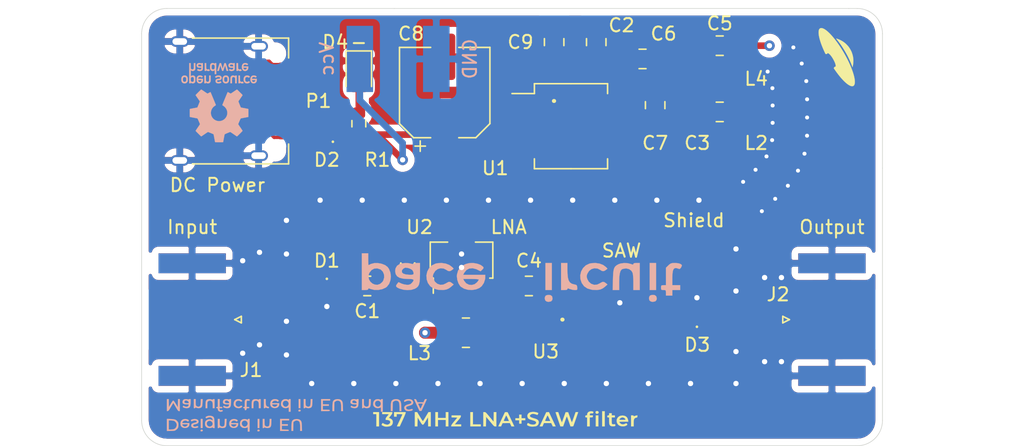
<source format=kicad_pcb>
(kicad_pcb (version 20171130) (host pcbnew "(5.1.7)-1")
  (layers (0 F.Cu signal) (1 In1.Cu signal) (2 In2.Cu signal) (31 B.Cu signal) (34 B.Paste user) (35 F.Paste user) (36 B.SilkS user) (37 F.SilkS user) (38 B.Mask user) (39 F.Mask user) (44 Edge.Cuts user))
  (net 0 "")
  (net 1 "Net-(C1-Pad2)")
  (net 2 "Net-(C1-Pad1)")
  (net 3 "Net-(C2-Pad2)")
  (net 4 GND)
  (net 5 "Net-(C3-Pad2)")
  (net 6 "Net-(C4-Pad2)")
  (net 7 "Net-(C4-Pad1)")
  (net 8 +5V)
  (net 9 "Net-(D3-Pad1)")
  (net 10 "Net-(L1-Pad2)")
  (net 11 "Net-(P1-PadB5)")
  (net 12 "Net-(P1-PadA7)")
  (net 13 "Net-(P1-PadA6)")
  (net 14 "Net-(P1-PadA5)")
  (net 15 "Net-(D4-Pad2)")
  (net 16 "Net-(C6-Pad2)")
  (net 17 "Net-(C6-Pad1)")
  (net 18 "Net-(U1-Pad6)")
  (net 19 "Net-(U1-Pad4)")
  (net 20 "Net-(U1-Pad1)")
  (module Graphics:OpenSourceHardware (layer B.Cu) (at 121.412 85.852)
    (fp_text reference G*** hide)
    (fp_text value LOGO hide)
  )
  (module Graphics:description (layer F.Cu) (at 143.002 109.728)
    (fp_text reference G*** hide)
    (fp_text value LOGO hide)
  )
  (module Graphics:space_circuit_logo_large (layer B.Cu) (at 142.875 99.06)
    (fp_text reference G*** hide)
    (fp_text value LOGO hide)
  )
  (module Graphics:UFO_gold (layer B.Cu) (at 155.575 103.505 30)
    (fp_text reference G*** hide)
    (fp_text value LOGO hide)
  )
  (module Graphics:designed_text_smaller (layer B.Cu) (at 127.254 109.474)
    (fp_text reference G*** hide)
    (fp_text value LOGO hide)
  )
  (module "SAW LNA Combo NOAA ICs:Pad_small" (layer B.Cu) (at 137.795 82.55 90)
    (fp_text reference GND (at 0 2.54 90) (layer B.SilkS) (effects (justify mirror)))
    (fp_text value Pad_small)
    (pad 1 smd rect (at 0 0 90) (size 5 2) (layers B.Cu B.Paste B.Mask) (net 4 GND))
  )
  (module "SAW LNA Combo NOAA ICs:Pad_small" (layer B.Cu) (at 132.0292 82.55 270)
    (fp_text reference Vcc (at 0 2.4892 270) (layer B.SilkS) (effects (justify mirror)))
    (fp_text value Pad_small)
    (pad 1 smd rect (at 0 0 270) (size 5 2) (layers B.Cu B.Paste B.Mask) (net 3 "Net-(C2-Pad2)"))
  )
  (module Graphics:UFO_ORIGINAL (layer F.Cu) (at 168.2496 82.2706 300)
    (fp_text reference G*** hide)
    (fp_text value LOGO hide)
  )
  (module Capacitor_SMD:C_0805_2012Metric (layer F.Cu) (at 146.685 81.28 270)
    (fp_text reference C9 (at 0 2.54 180) (layer F.SilkS))
    (fp_text value 1uF)
    (pad 2 smd roundrect (at 0.95 0 270) (size 1 1.45) (layers F.Cu F.Paste F.Mask) (net 3 "Net-(C2-Pad2)"))
    (pad 1 smd roundrect (at -0.95 0 270) (size 1 1.45) (layers F.Cu F.Paste F.Mask) (net 4 GND))
  )
  (module Capacitor_SMD:CP_Elec_6.3x5.8 (layer F.Cu) (at 138.43 85.09 90)
    (fp_text reference C8 (at 4.445 -2.54 180) (layer F.SilkS))
    (fp_text value 100uF)
    (pad 2 smd roundrect (at 2.7 0 90) (size 3.5 1.6) (layers F.Cu F.Paste F.Mask) (roundrect_rratio 0.15625) (net 4 GND))
    (pad 1 smd roundrect (at -2.7 0 90) (size 3.5 1.6) (layers F.Cu F.Paste F.Mask) (roundrect_rratio 0.15625) (net 3 "Net-(C2-Pad2)"))
  )
  (module "SAW LNA Combo NOAA ICs:RF_Guard_Ring_SAW_NOAA" (layer F.Cu) (at 126.492 93.218)
    (fp_text reference Shield (at 30.734 1.524) (layer F.SilkS))
    (fp_text value RF_Guard_Ring_SAW_NOAA)
    (fp_line (start 33.9 11.4) (end 33.9 13.9) (layer F.Cu) (width 1))
    (fp_line (start 0 8.7) (end 0 13.9) (layer F.Cu) (width 1))
    (fp_line (start 33.9 0) (end 33.9 6.9) (layer F.Cu) (width 1))
    (fp_line (start 0 0) (end 0 4.3) (layer F.Cu) (width 1))
    (fp_line (start 0 13.9) (end 33.9 13.9) (layer F.Cu) (width 1))
    (fp_line (start 0 0) (end 33.9 0) (layer F.Cu) (width 1))
  )
  (module Package_SO:SO-8_5.3x6.2mm_P1.27mm (layer F.Cu) (at 147.955 87.63)
    (fp_text reference U1 (at -5.715 3.175) (layer F.SilkS))
    (fp_text value ZLDO500)
    (pad 8 smd roundrect (at 3.5 -1.905) (size 1.9 0.6) (layers F.Cu F.Paste F.Mask) (net 16 "Net-(C6-Pad2)"))
    (pad 7 smd roundrect (at 3.5 -0.635) (size 1.9 0.6) (layers F.Cu F.Paste F.Mask) (net 4 GND))
    (pad 6 smd roundrect (at 3.5 0.635) (size 1.9 0.6) (layers F.Cu F.Paste F.Mask) (net 18 "Net-(U1-Pad6)"))
    (pad 5 smd roundrect (at 3.5 1.905) (size 1.9 0.6) (layers F.Cu F.Paste F.Mask) (net 17 "Net-(C6-Pad1)"))
    (pad 4 smd roundrect (at -3.5 1.905) (size 1.9 0.6) (layers F.Cu F.Paste F.Mask) (net 19 "Net-(U1-Pad4)"))
    (pad 3 smd roundrect (at -3.5 0.635) (size 1.9 0.6) (layers F.Cu F.Paste F.Mask) (net 3 "Net-(C2-Pad2)"))
    (pad 2 smd roundrect (at -3.5 -0.635) (size 1.9 0.6) (layers F.Cu F.Paste F.Mask) (net 4 GND))
    (pad 1 smd roundrect (at -3.5 -1.905) (size 1.9 0.6) (layers F.Cu F.Paste F.Mask) (net 20 "Net-(U1-Pad1)"))
  )
  (module Capacitor_SMD:C_0805_2012Metric (layer F.Cu) (at 154.305 86.04 90)
    (fp_text reference C7 (at -2.86 0) (layer F.SilkS))
    (fp_text value 1uF)
    (pad 2 smd roundrect (at 0.95 0 90) (size 1 1.45) (layers F.Cu F.Paste F.Mask) (net 17 "Net-(C6-Pad1)"))
    (pad 1 smd roundrect (at -0.95 0 90) (size 1 1.45) (layers F.Cu F.Paste F.Mask) (net 4 GND))
  )
  (module Capacitor_SMD:C_0805_2012Metric (layer F.Cu) (at 153.3525 82.55 180)
    (fp_text reference C6 (at -1.5875 1.905) (layer F.SilkS))
    (fp_text value 10pF)
    (pad 2 smd roundrect (at 0.95 0 180) (size 1 1.45) (layers F.Cu F.Paste F.Mask) (net 16 "Net-(C6-Pad2)"))
    (pad 1 smd roundrect (at -0.95 0 180) (size 1 1.45) (layers F.Cu F.Paste F.Mask) (net 17 "Net-(C6-Pad1)"))
  )
  (module Connector_Coaxial:SMA_Amphenol_132289_EdgeMount (layer F.Cu) (at 119.38 102.235 180)
    (fp_text reference J1 (at -4.445 -3.81 180) (layer F.SilkS))
    (fp_text value Conn_Coaxial)
    (pad 2 smd rect (at 0 4.25 270) (size 1.5 5.08) (layers B.Cu B.Paste B.Mask) (net 4 GND))
    (pad 2 smd rect (at 0 -4.25 270) (size 1.5 5.08) (layers B.Cu B.Paste B.Mask) (net 4 GND))
    (pad 2 smd rect (at 0 4.25 270) (size 1.5 5.08) (layers F.Cu F.Paste F.Mask) (net 4 GND))
    (pad 2 smd rect (at 0 -4.25 270) (size 1.5 5.08) (layers F.Cu F.Paste F.Mask) (net 4 GND))
    (pad 1 smd rect (at 0 0 270) (size 1.5 5.08) (layers F.Cu F.Paste F.Mask) (net 1 "Net-(C1-Pad2)"))
  )
  (module Resistor_SMD:R_0603_1608Metric (layer F.Cu) (at 131.953 87.44204 90)
    (fp_text reference R1 (at -2.72796 1.397) (layer F.SilkS))
    (fp_text value 350R)
    (pad 2 smd roundrect (at 0.825 0 90) (size 0.8 0.95) (layers F.Cu F.Paste F.Mask) (net 15 "Net-(D4-Pad2)"))
    (pad 1 smd roundrect (at -0.825 0 90) (size 0.8 0.95) (layers F.Cu F.Paste F.Mask) (net 3 "Net-(C2-Pad2)"))
  )
  (module LED_SMD:LED_0805_2012Metric (layer F.Cu) (at 131.953 83.63204 270)
    (fp_text reference D4 (at -2.35204 1.778) (layer F.SilkS))
    (fp_text value LED)
    (pad 2 smd roundrect (at 0.9375 0 270) (size 0.975 1.4) (layers F.Cu F.Paste F.Mask) (net 15 "Net-(D4-Pad2)"))
    (pad 1 smd roundrect (at -0.9375 0 270) (size 0.975 1.4) (layers F.Cu F.Paste F.Mask) (net 4 GND))
  )
  (module Connector_Coaxial:SMA_Amphenol_132289_EdgeMount (layer F.Cu) (at 167.64 102.235)
    (fp_text reference J2 (at -4.064 -1.905 180) (layer F.SilkS))
    (fp_text value Conn_Coaxial)
    (pad 2 smd rect (at 0 4.25 90) (size 1.5 5.08) (layers B.Cu B.Paste B.Mask) (net 4 GND))
    (pad 2 smd rect (at 0 -4.25 90) (size 1.5 5.08) (layers B.Cu B.Paste B.Mask) (net 4 GND))
    (pad 2 smd rect (at 0 4.25 90) (size 1.5 5.08) (layers F.Cu F.Paste F.Mask) (net 4 GND))
    (pad 2 smd rect (at 0 -4.25 90) (size 1.5 5.08) (layers F.Cu F.Paste F.Mask) (net 4 GND))
    (pad 1 smd rect (at 0 0 90) (size 1.5 5.08) (layers F.Cu F.Paste F.Mask) (net 9 "Net-(D3-Pad1)"))
  )
  (module Inductor_SMD:L_1008_2520Metric_Pad1.43x2.20mm_HandSolder (layer F.Cu) (at 140.0302 103.2256)
    (fp_text reference L3 (at -3.5052 1.5494 180) (layer F.SilkS))
    (fp_text value 1.4uH)
    (pad 2 smd roundrect (at 1.1625 0) (size 1.425 2.2) (layers F.Cu F.Paste F.Mask) (roundrect_rratio 0.1754385964912281) (net 6 "Net-(C4-Pad2)"))
    (pad 1 smd roundrect (at -1.1625 0) (size 1.425 2.2) (layers F.Cu F.Paste F.Mask) (roundrect_rratio 0.1754385964912281) (net 8 +5V))
  )
  (module "SAW LNA Combo NOAA ICs:SF2059B-1" (layer F.Cu) (at 151.638 100.965 90)
    (fp_text reference U3 (at -3.683 -5.588 180) (layer F.SilkS))
    (fp_text value SF2059B-1)
    (pad 10 smd rect (at 1.27 -3.125 180) (size 1.35 0.71) (layers F.Cu F.Paste F.Mask) (net 7 "Net-(C4-Pad1)"))
    (pad 9 smd rect (at 2.125 -1.27 90) (size 1.35 0.71) (layers F.Cu F.Paste F.Mask) (net 4 GND))
    (pad 8 smd rect (at 2.125 0 90) (size 1.35 0.71) (layers F.Cu F.Paste F.Mask) (net 4 GND))
    (pad 7 smd rect (at 2.125 1.27 90) (size 1.35 0.71) (layers F.Cu F.Paste F.Mask) (net 4 GND))
    (pad 6 smd rect (at 1.27 3.125 180) (size 1.35 0.71) (layers F.Cu F.Paste F.Mask) (net 4 GND))
    (pad 5 smd rect (at -1.27 3.125 180) (size 1.35 0.71) (layers F.Cu F.Paste F.Mask) (net 9 "Net-(D3-Pad1)"))
    (pad 4 smd rect (at -2.125 1.27 90) (size 1.35 0.71) (layers F.Cu F.Paste F.Mask) (net 4 GND))
    (pad 3 smd rect (at -2.125 0 90) (size 1.35 0.71) (layers F.Cu F.Paste F.Mask) (net 4 GND))
    (pad 2 smd rect (at -2.125 -1.27 90) (size 1.35 0.71) (layers F.Cu F.Paste F.Mask) (net 4 GND))
    (pad 1 smd rect (at -1.27 -3.125 180) (size 1.35 0.71) (layers F.Cu F.Paste F.Mask) (net 4 GND))
  )
  (module Package_TO_SOT_SMD:SOT-89-3 (layer F.Cu) (at 139.7 98.044 90)
    (fp_text reference U2 (at 2.794 -3.175 180) (layer F.SilkS))
    (fp_text value SPF5189Z)
    (pad 2 smd custom (at -1.5625 0 90) (size 1.475 0.9) (layers F.Cu F.Paste F.Mask) (net 4 GND) (options (clearance outline) (anchor rect)) (primitives (gr_poly (pts (xy 0.7375 -0.8665) (xy 3.8625 -0.8665) (xy 3.8625 0.8665) (xy 0.7375 0.8665)) (width 0))))
    (pad 3 smd rect (at -1.65 1.5 90) (size 1.3 0.9) (layers F.Cu F.Paste F.Mask) (net 6 "Net-(C4-Pad2)"))
    (pad 1 smd rect (at -1.65 -1.5 90) (size 1.3 0.9) (layers F.Cu F.Paste F.Mask) (net 10 "Net-(L1-Pad2)"))
  )
  (module Connector_USB:USB_C_Receptacle_Amphenol_12401610E4-2A (layer F.Cu) (at 121.285 85.725 270)
    (fp_text reference P1 (at 0 -7.62 180) (layer F.SilkS))
    (fp_text value USB_C_Plug_USB2.0)
    (pad B12 smd rect (at -3 -3.32 270) (size 0.3 0.7) (layers F.Cu F.Paste F.Mask) (net 4 GND))
    (pad B11 smd rect (at -2.5 -3.32 270) (size 0.3 0.7) (layers F.Cu F.Paste F.Mask))
    (pad B10 smd rect (at -2 -3.32 270) (size 0.3 0.7) (layers F.Cu F.Paste F.Mask))
    (pad B9 smd rect (at -1.5 -3.32 270) (size 0.3 0.7) (layers F.Cu F.Paste F.Mask) (net 3 "Net-(C2-Pad2)"))
    (pad B8 smd rect (at -1 -3.32 270) (size 0.3 0.7) (layers F.Cu F.Paste F.Mask))
    (pad B7 smd rect (at -0.5 -3.32 270) (size 0.3 0.7) (layers F.Cu F.Paste F.Mask))
    (pad B6 smd rect (at 0 -3.32 270) (size 0.3 0.7) (layers F.Cu F.Paste F.Mask))
    (pad B5 smd rect (at 0.5 -3.32 270) (size 0.3 0.7) (layers F.Cu F.Paste F.Mask) (net 11 "Net-(P1-PadB5)"))
    (pad B4 smd rect (at 1 -3.32 270) (size 0.3 0.7) (layers F.Cu F.Paste F.Mask) (net 3 "Net-(C2-Pad2)"))
    (pad B3 smd rect (at 1.5 -3.32 270) (size 0.3 0.7) (layers F.Cu F.Paste F.Mask))
    (pad B2 smd rect (at 2 -3.32 270) (size 0.3 0.7) (layers F.Cu F.Paste F.Mask))
    (pad "" np_thru_hole circle (at -3.6 -4.36 270) (size 0.65 0.65) (drill 0.65) (layers *.Cu *.Mask))
    (pad "" np_thru_hole oval (at 3.6 -4.36 270) (size 0.95 0.65) (drill oval 0.95 0.65) (layers *.Cu *.Mask))
    (pad S1 thru_hole oval (at -4.49 2.84 270) (size 0.8 1.4) (drill oval 0.5 1.1) (layers *.Cu *.Mask) (net 4 GND))
    (pad S1 thru_hole oval (at 4.49 2.84 270) (size 0.8 1.4) (drill oval 0.5 1.1) (layers *.Cu *.Mask) (net 4 GND))
    (pad S1 thru_hole oval (at 4.13 -3.11 270) (size 0.8 1.4) (drill oval 0.5 1.1) (layers *.Cu *.Mask) (net 4 GND))
    (pad B1 smd rect (at 2.5 -3.32 270) (size 0.3 0.7) (layers F.Cu F.Paste F.Mask) (net 4 GND))
    (pad A11 smd rect (at 2.25 -5.02 270) (size 0.3 0.7) (layers F.Cu F.Paste F.Mask))
    (pad A8 smd rect (at 0.75 -5.02 270) (size 0.3 0.7) (layers F.Cu F.Paste F.Mask))
    (pad A9 smd rect (at 1.25 -5.02 270) (size 0.3 0.7) (layers F.Cu F.Paste F.Mask) (net 3 "Net-(C2-Pad2)"))
    (pad A10 smd rect (at 1.75 -5.02 270) (size 0.3 0.7) (layers F.Cu F.Paste F.Mask))
    (pad A12 smd rect (at 2.75 -5.02 270) (size 0.3 0.7) (layers F.Cu F.Paste F.Mask) (net 4 GND))
    (pad A7 smd rect (at 0.25 -5.02 270) (size 0.3 0.7) (layers F.Cu F.Paste F.Mask) (net 12 "Net-(P1-PadA7)"))
    (pad A6 smd rect (at -0.25 -5.02 270) (size 0.3 0.7) (layers F.Cu F.Paste F.Mask) (net 13 "Net-(P1-PadA6)"))
    (pad A5 smd rect (at -0.75 -5.02 270) (size 0.3 0.7) (layers F.Cu F.Paste F.Mask) (net 14 "Net-(P1-PadA5)"))
    (pad A4 smd rect (at -1.25 -5.02 270) (size 0.3 0.7) (layers F.Cu F.Paste F.Mask) (net 3 "Net-(C2-Pad2)"))
    (pad A3 smd rect (at -1.75 -5.02 270) (size 0.3 0.7) (layers F.Cu F.Paste F.Mask))
    (pad A2 smd rect (at -2.25 -5.02 270) (size 0.3 0.7) (layers F.Cu F.Paste F.Mask))
    (pad A1 smd rect (at -2.75 -5.02 270) (size 0.3 0.7) (layers F.Cu F.Paste F.Mask) (net 4 GND))
    (pad S1 thru_hole oval (at -4.13 -3.11 270) (size 0.8 1.4) (drill oval 0.5 1.1) (layers *.Cu *.Mask) (net 4 GND))
  )
  (module Inductor_SMD:L_0402_1005Metric (layer F.Cu) (at 160.12414 84.04986 90)
    (fp_text reference L4 (at 0 1.80086) (layer F.SilkS))
    (fp_text value 14nH)
    (pad 2 smd roundrect (at 0.485 0 90) (size 0.59 0.64) (layers F.Cu F.Paste F.Mask) (net 8 +5V))
    (pad 1 smd roundrect (at -0.485 0 90) (size 0.59 0.64) (layers F.Cu F.Paste F.Mask) (net 5 "Net-(C3-Pad2)"))
  )
  (module Inductor_SMD:L_0402_1005Metric (layer F.Cu) (at 160.12414 89.04986 90)
    (fp_text reference L2 (at 0.14986 1.80086) (layer F.SilkS))
    (fp_text value 14nH)
    (pad 2 smd roundrect (at 0.485 0 90) (size 0.59 0.64) (layers F.Cu F.Paste F.Mask) (net 5 "Net-(C3-Pad2)"))
    (pad 1 smd roundrect (at -0.485 0 90) (size 0.59 0.64) (layers F.Cu F.Paste F.Mask) (net 17 "Net-(C6-Pad1)"))
  )
  (module Inductor_SMD:L_0402_1005Metric (layer F.Cu) (at 135.763 99.695)
    (fp_text reference L1 (at 0 -1.17) (layer F.SilkS))
    (fp_text value "14nH ")
    (pad 2 smd roundrect (at 0.485 0) (size 0.59 0.64) (layers F.Cu F.Paste F.Mask) (net 10 "Net-(L1-Pad2)"))
    (pad 1 smd roundrect (at -0.485 0) (size 0.59 0.64) (layers F.Cu F.Paste F.Mask) (net 2 "Net-(C1-Pad1)"))
  )
  (module Diode_SMD:D_0201_0603Metric (layer F.Cu) (at 157.4546 101.9175 90)
    (fp_text reference D3 (at -2.2225 0.0254) (layer F.SilkS))
    (fp_text value D_TVS)
    (pad 2 smd roundrect (at 0.32 0 90) (size 0.46 0.4) (layers F.Cu F.Mask) (net 4 GND))
    (pad 1 smd roundrect (at -0.32 0 90) (size 0.46 0.4) (layers F.Cu F.Mask) (net 9 "Net-(D3-Pad1)"))
  )
  (module Diode_SMD:D_0201_0603Metric (layer F.Cu) (at 129.99466 87.94496 90)
    (fp_text reference D2 (at -2.22504 -0.45466 180) (layer F.SilkS))
    (fp_text value D_TVS)
    (pad 2 smd roundrect (at 0.32 0 90) (size 0.46 0.4) (layers F.Cu F.Mask) (net 4 GND))
    (pad 1 smd roundrect (at -0.32 0 90) (size 0.46 0.4) (layers F.Cu F.Mask) (net 3 "Net-(C2-Pad2)"))
  )
  (module Diode_SMD:D_0201_0603Metric (layer F.Cu) (at 129.54 100.015 270)
    (fp_text reference D1 (at -2.225 0 180) (layer F.SilkS))
    (fp_text value D_TVS)
    (pad 2 smd roundrect (at 0.32 0 270) (size 0.46 0.4) (layers F.Cu F.Mask) (net 4 GND))
    (pad 1 smd roundrect (at -0.32 0 270) (size 0.46 0.4) (layers F.Cu F.Mask) (net 1 "Net-(C1-Pad2)"))
  )
  (module Capacitor_SMD:C_0805_2012Metric (layer F.Cu) (at 159.17418 81.54986)
    (fp_text reference C5 (at 0 -1.68) (layer F.SilkS))
    (fp_text value 96pF)
    (pad 2 smd roundrect (at 0.95 0) (size 1 1.45) (layers F.Cu F.Paste F.Mask) (net 8 +5V))
    (pad 1 smd roundrect (at -0.95 0) (size 1 1.45) (layers F.Cu F.Paste F.Mask) (net 4 GND))
  )
  (module Capacitor_SMD:C_0805_2012Metric (layer F.Cu) (at 144.78 99.695 180)
    (fp_text reference C4 (at 0 1.905) (layer F.SilkS))
    (fp_text value 96pF)
    (pad 2 smd roundrect (at 0.95 0 180) (size 1 1.45) (layers F.Cu F.Paste F.Mask) (net 6 "Net-(C4-Pad2)"))
    (pad 1 smd roundrect (at -0.95 0 180) (size 1 1.45) (layers F.Cu F.Paste F.Mask) (net 7 "Net-(C4-Pad1)"))
  )
  (module Capacitor_SMD:C_0805_2012Metric (layer F.Cu) (at 159.17418 86.54986)
    (fp_text reference C3 (at -1.69418 2.35014) (layer F.SilkS))
    (fp_text value 96pF)
    (pad 2 smd roundrect (at 0.95 0) (size 1 1.45) (layers F.Cu F.Paste F.Mask) (net 5 "Net-(C3-Pad2)"))
    (pad 1 smd roundrect (at -0.95 0) (size 1 1.45) (layers F.Cu F.Paste F.Mask) (net 4 GND))
  )
  (module Capacitor_SMD:C_0805_2012Metric (layer F.Cu) (at 149.86 81.28 270)
    (fp_text reference C2 (at -1.27 -1.905 180) (layer F.SilkS))
    (fp_text value 96nF)
    (pad 2 smd roundrect (at 0.95 0 270) (size 1 1.45) (layers F.Cu F.Paste F.Mask) (net 3 "Net-(C2-Pad2)"))
    (pad 1 smd roundrect (at -0.95 0 270) (size 1 1.45) (layers F.Cu F.Paste F.Mask) (net 4 GND))
  )
  (module Capacitor_SMD:C_0805_2012Metric (layer F.Cu) (at 132.588 99.695 180)
    (fp_text reference C1 (at 0 -1.905 180) (layer F.SilkS))
    (fp_text value 96pF)
    (pad 2 smd roundrect (at 0.95 0 180) (size 1 1.45) (layers F.Cu F.Paste F.Mask) (net 1 "Net-(C1-Pad2)"))
    (pad 1 smd roundrect (at -0.95 0 180) (size 1 1.45) (layers F.Cu F.Paste F.Mask) (net 2 "Net-(C1-Pad1)"))
  )
  (gr_text LNA (at 143.256 95.25) (layer F.SilkS) (effects (font (size 1 1))))
  (gr_text SAW (at 151.765 97.028) (layer F.SilkS) (effects (font (size 1 1))))
  (gr_text "DC Power" (at 121.285 92.075) (layer F.SilkS) (effects (font (size 1 1))))
  (gr_text Output (at 167.64 95.25) (layer F.SilkS) (effects (font (size 1 1))))
  (gr_text Input (at 119.38 95.25) (layer F.SilkS) (effects (font (size 1 1))))
  (gr_text - (at 131.953 81.28) (layer F.SilkS) (effects (font (size 1 1))))
  (gr_line (start 146.685 85.725) (end 146.665 85.725) (layer F.SilkS) (width 0.3))
  (gr_line (start 147.32 102.235) (end 147.3 102.235) (layer F.SilkS) (width 0.3))
  (gr_arc (start 117.475 80.645) (end 117.475 78.74) (angle -90) (layer Edge.Cuts) (width 0.05))
  (gr_arc (start 117.475 109.855) (end 115.57 109.855) (angle -90) (layer Edge.Cuts) (width 0.05))
  (gr_arc (start 169.545 109.855) (end 169.545 111.76) (angle -90) (layer Edge.Cuts) (width 0.05))
  (gr_arc (start 169.545 80.645) (end 171.45 80.645) (angle -90) (layer Edge.Cuts) (width 0.05))
  (gr_line (start 169.545 78.74) (end 168.91 78.74) (layer Edge.Cuts) (width 0.05))
  (gr_line (start 115.57 80.645) (end 115.57 90.805) (layer Edge.Cuts) (width 0.05))
  (gr_line (start 134.62 78.74) (end 117.475 78.74) (layer Edge.Cuts) (width 0.05))
  (gr_line (start 171.45 90.805) (end 171.45 80.645) (layer Edge.Cuts) (width 0.05))
  (gr_line (start 134.62 78.74) (end 168.91 78.74) (layer Edge.Cuts) (width 0.05))
  (gr_line (start 117.475 111.76) (end 169.545 111.76) (layer Edge.Cuts) (width 0.05))
  (gr_line (start 171.45 90.805) (end 171.45 109.855) (layer Edge.Cuts) (width 0.05))
  (gr_line (start 115.57 90.805) (end 115.57 109.855) (layer Edge.Cuts) (width 0.05))
  (segment (start 126.349 99.695) (end 126.23054 99.697907) (width 0.34547) (layer F.Cu) (net 1))
  (segment (start 126.23054 99.697907) (end 126.112365 99.706624) (width 0.34547) (layer F.Cu) (net 1))
  (segment (start 126.112365 99.706624) (end 125.994761 99.721129) (width 0.34547) (layer F.Cu) (net 1))
  (segment (start 125.994761 99.721129) (end 125.87801 99.741387) (width 0.34547) (layer F.Cu) (net 1))
  (segment (start 125.87801 99.741387) (end 125.762393 99.76735) (width 0.34547) (layer F.Cu) (net 1))
  (segment (start 125.762393 99.76735) (end 125.64819 99.798954) (width 0.34547) (layer F.Cu) (net 1))
  (segment (start 125.64819 99.798954) (end 125.535675 99.836124) (width 0.34547) (layer F.Cu) (net 1))
  (segment (start 125.535675 99.836124) (end 125.42512 99.87877) (width 0.34547) (layer F.Cu) (net 1))
  (segment (start 125.42512 99.87877) (end 125.31679 99.926789) (width 0.34547) (layer F.Cu) (net 1))
  (segment (start 125.31679 99.926789) (end 125.210947 99.980066) (width 0.34547) (layer F.Cu) (net 1))
  (segment (start 125.210947 99.980066) (end 125.107846 100.038472) (width 0.34547) (layer F.Cu) (net 1))
  (segment (start 125.107846 100.038472) (end 125.007734 100.101867) (width 0.34547) (layer F.Cu) (net 1))
  (segment (start 125.007734 100.101867) (end 124.910854 100.170098) (width 0.34547) (layer F.Cu) (net 1))
  (segment (start 124.910854 100.170098) (end 124.817438 100.243) (width 0.34547) (layer F.Cu) (net 1))
  (segment (start 124.817438 100.243) (end 124.727713 100.320398) (width 0.34547) (layer F.Cu) (net 1))
  (segment (start 124.727713 100.320398) (end 124.641893 100.402106) (width 0.34547) (layer F.Cu) (net 1))
  (segment (start 121.809 102.235) (end 121.927459 102.232091) (width 0.34547) (layer F.Cu) (net 1))
  (segment (start 121.927459 102.232091) (end 122.045634 102.223374) (width 0.34547) (layer F.Cu) (net 1))
  (segment (start 122.045634 102.223374) (end 122.163238 102.208869) (width 0.34547) (layer F.Cu) (net 1))
  (segment (start 122.163238 102.208869) (end 122.279989 102.188611) (width 0.34547) (layer F.Cu) (net 1))
  (segment (start 122.279989 102.188611) (end 122.395605 102.162648) (width 0.34547) (layer F.Cu) (net 1))
  (segment (start 122.395605 102.162648) (end 122.509808 102.131044) (width 0.34547) (layer F.Cu) (net 1))
  (segment (start 122.509808 102.131044) (end 122.622323 102.093874) (width 0.34547) (layer F.Cu) (net 1))
  (segment (start 122.622323 102.093874) (end 122.732879 102.051228) (width 0.34547) (layer F.Cu) (net 1))
  (segment (start 122.732879 102.051228) (end 122.841208 102.003209) (width 0.34547) (layer F.Cu) (net 1))
  (segment (start 122.841208 102.003209) (end 122.947051 101.949932) (width 0.34547) (layer F.Cu) (net 1))
  (segment (start 122.947051 101.949932) (end 123.050153 101.891525) (width 0.34547) (layer F.Cu) (net 1))
  (segment (start 123.050153 101.891525) (end 123.150264 101.828131) (width 0.34547) (layer F.Cu) (net 1))
  (segment (start 123.150264 101.828131) (end 123.247144 101.7599) (width 0.34547) (layer F.Cu) (net 1))
  (segment (start 123.247144 101.7599) (end 123.340559 101.686998) (width 0.34547) (layer F.Cu) (net 1))
  (segment (start 123.340559 101.686998) (end 123.430285 101.6096) (width 0.34547) (layer F.Cu) (net 1))
  (segment (start 123.430285 101.6096) (end 123.516106 101.527893) (width 0.34547) (layer F.Cu) (net 1))
  (segment (start 123.516106 101.527893) (end 124.641893 100.402106) (width 0.34547) (layer F.Cu) (net 1))
  (segment (start 126.349 99.695) (end 129.54 99.695) (width 0.34547) (layer F.Cu) (net 1))
  (segment (start 119.38 102.235) (end 121.285 102.235) (width 0.34547) (layer F.Cu) (net 1))
  (segment (start 121.285 102.235) (end 120.015 102.235) (width 0.34547) (layer F.Cu) (net 1))
  (segment (start 121.809 102.235) (end 121.285 102.235) (width 0.34547) (layer F.Cu) (net 1))
  (segment (start 129.54 99.695) (end 131.638 99.695) (width 0.34547) (layer F.Cu) (net 1))
  (segment (start 135.278 99.695) (end 133.538 99.695) (width 0.34547) (layer F.Cu) (net 2))
  (via (at 135.255 90.17) (size 0.8) (drill 0.4) (layers F.Cu B.Cu) (net 3))
  (segment (start 138.905 88.265) (end 138.43 87.79) (width 0.5) (layer F.Cu) (net 3))
  (segment (start 146.685 86.985) (end 146.685 82.23) (width 0.5) (layer F.Cu) (net 3))
  (segment (start 145.405 88.265) (end 146.685 86.985) (width 0.5) (layer F.Cu) (net 3))
  (segment (start 144.455 88.265) (end 145.405 88.265) (width 0.5) (layer F.Cu) (net 3))
  (segment (start 146.685 82.23) (end 149.86 82.23) (width 0.5) (layer F.Cu) (net 3))
  (segment (start 126.280001 84.499999) (end 126.305 84.475) (width 0.25) (layer F.Cu) (net 3))
  (segment (start 125.744997 84.499999) (end 126.280001 84.499999) (width 0.25) (layer F.Cu) (net 3))
  (segment (start 125.469998 84.225) (end 125.744997 84.499999) (width 0.25) (layer F.Cu) (net 3))
  (segment (start 124.605 84.225) (end 125.469998 84.225) (width 0.25) (layer F.Cu) (net 3))
  (segment (start 125.719998 86.975) (end 126.305 86.975) (width 0.25) (layer F.Cu) (net 3))
  (segment (start 125.469998 86.725) (end 125.719998 86.975) (width 0.25) (layer F.Cu) (net 3))
  (segment (start 124.605 86.725) (end 125.469998 86.725) (width 0.25) (layer F.Cu) (net 3))
  (segment (start 127.147 84.475) (end 126.305 84.475) (width 0.25) (layer F.Cu) (net 3))
  (segment (start 127.762 85.09) (end 127.147 84.475) (width 0.25) (layer F.Cu) (net 3))
  (segment (start 127.147 86.975) (end 127.762 86.36) (width 0.25) (layer F.Cu) (net 3))
  (segment (start 126.305 86.975) (end 127.147 86.975) (width 0.25) (layer F.Cu) (net 3))
  (segment (start 127.762 85.598) (end 127.762 85.09) (width 0.25) (layer F.Cu) (net 3))
  (segment (start 127.762 86.36) (end 127.762 85.598) (width 0.25) (layer F.Cu) (net 3))
  (segment (start 131.95092 88.26496) (end 131.953 88.26704) (width 0.25) (layer F.Cu) (net 3))
  (segment (start 129.99466 88.26496) (end 131.95092 88.26496) (width 0.25) (layer F.Cu) (net 3))
  (segment (start 144.455 88.265) (end 139.7 88.265) (width 0.5) (layer F.Cu) (net 3))
  (segment (start 139.7 88.265) (end 138.905 88.265) (width 0.5) (layer F.Cu) (net 3))
  (segment (start 137.95296 88.26704) (end 138.43 87.79) (width 0.5) (layer F.Cu) (net 3))
  (segment (start 131.953 88.26704) (end 137.95296 88.26704) (width 0.5) (layer F.Cu) (net 3))
  (segment (start 129.66696 88.26496) (end 129.99466 88.26496) (width 0.25) (layer F.Cu) (net 3))
  (segment (start 127.762 86.36) (end 129.66696 88.26496) (width 0.25) (layer F.Cu) (net 3))
  (segment (start 133.35204 88.26704) (end 135.255 90.17) (width 0.5) (layer F.Cu) (net 3))
  (segment (start 131.953 88.26704) (end 133.35204 88.26704) (width 0.5) (layer F.Cu) (net 3))
  (segment (start 135.255 90.17) (end 135.255 88.9) (width 0.5) (layer B.Cu) (net 3))
  (segment (start 132.0292 85.6742) (end 132.0292 82.55) (width 0.5) (layer B.Cu) (net 3))
  (segment (start 135.255 88.9) (end 132.0292 85.6742) (width 0.5) (layer B.Cu) (net 3))
  (via (at 157.4546 100.584) (size 0.8) (drill 0.4) (layers F.Cu B.Cu) (net 4))
  (via (at 139.7 97.282) (size 0.8) (drill 0.4) (layers F.Cu B.Cu) (net 4))
  (via (at 139.7 98.298) (size 0.8) (drill 0.4) (layers F.Cu B.Cu) (net 4))
  (via (at 151.638 100.965) (size 0.8) (drill 0.4) (layers F.Cu B.Cu) (net 4))
  (via (at 162.351081 94.048146) (size 0.6) (drill 0.3) (layers F.Cu B.Cu) (net 4))
  (via (at 163.359218 93.114258) (size 0.6) (drill 0.3) (layers F.Cu B.Cu) (net 4))
  (via (at 164.314986 92.126738) (size 0.6) (drill 0.3) (layers F.Cu B.Cu) (net 4))
  (via (at 165.078068 90.986865) (size 0.6) (drill 0.3) (layers F.Cu B.Cu) (net 4))
  (via (at 165.568806 89.705836) (size 0.6) (drill 0.3) (layers F.Cu B.Cu) (net 4))
  (via (at 165.76103 88.347625) (size 0.6) (drill 0.3) (layers F.Cu B.Cu) (net 4))
  (via (at 165.765 86.972919) (size 0.6) (drill 0.3) (layers F.Cu B.Cu) (net 4))
  (via (at 165.765 85.598166) (size 0.6) (drill 0.3) (layers F.Cu B.Cu) (net 4))
  (via (at 165.703477 84.226277) (size 0.6) (drill 0.3) (layers F.Cu B.Cu) (net 4))
  (via (at 165.358383 82.898625) (size 0.6) (drill 0.3) (layers F.Cu B.Cu) (net 4))
  (via (at 164.72874 81.679837) (size 0.6) (drill 0.3) (layers F.Cu B.Cu) (net 4))
  (via (at 162.789318 83.508656) (size 0.6) (drill 0.3) (layers F.Cu B.Cu) (net 4))
  (via (at 163.148727 84.758933) (size 0.6) (drill 0.3) (layers F.Cu B.Cu) (net 4))
  (via (at 163.165 86.06698) (size 0.6) (drill 0.3) (layers F.Cu B.Cu) (net 4))
  (via (at 163.165 87.375511) (size 0.6) (drill 0.3) (layers F.Cu B.Cu) (net 4))
  (via (at 163.127089 88.682255) (size 0.6) (drill 0.3) (layers F.Cu B.Cu) (net 4))
  (via (at 162.703205 89.912215) (size 0.6) (drill 0.3) (layers F.Cu B.Cu) (net 4))
  (via (at 161.876661 90.919859) (size 0.6) (drill 0.3) (layers F.Cu B.Cu) (net 4))
  (via (at 160.939142 91.83243) (size 0.6) (drill 0.3) (layers F.Cu B.Cu) (net 4))
  (via (at 126.492 97.282) (size 0.8) (drill 0.4) (layers F.Cu B.Cu) (net 4))
  (via (at 126.492 94.742) (size 0.8) (drill 0.4) (layers F.Cu B.Cu) (net 4))
  (via (at 126.492 102.362) (size 0.8) (drill 0.4) (layers F.Cu B.Cu) (net 4))
  (via (at 126.492 104.902) (size 0.8) (drill 0.4) (layers F.Cu B.Cu) (net 4))
  (via (at 129.032 93.218) (size 0.8) (drill 0.4) (layers F.Cu B.Cu) (net 4))
  (via (at 132.207 93.218) (size 0.8) (drill 0.4) (layers F.Cu B.Cu) (net 4))
  (via (at 135.382 93.218) (size 0.8) (drill 0.4) (layers F.Cu B.Cu) (net 4))
  (via (at 138.557 93.218) (size 0.8) (drill 0.4) (layers F.Cu B.Cu) (net 4))
  (via (at 141.732 93.218) (size 0.8) (drill 0.4) (layers F.Cu B.Cu) (net 4))
  (via (at 144.907 93.218) (size 0.8) (drill 0.4) (layers F.Cu B.Cu) (net 4))
  (via (at 148.082 93.218) (size 0.8) (drill 0.4) (layers F.Cu B.Cu) (net 4))
  (via (at 151.257 93.218) (size 0.8) (drill 0.4) (layers F.Cu B.Cu) (net 4))
  (via (at 154.432 93.218) (size 0.8) (drill 0.4) (layers F.Cu B.Cu) (net 4))
  (via (at 157.607 93.218) (size 0.8) (drill 0.4) (layers F.Cu B.Cu) (net 4))
  (via (at 128.397 107.061) (size 0.8) (drill 0.4) (layers F.Cu B.Cu) (net 4))
  (via (at 131.572 107.061) (size 0.8) (drill 0.4) (layers F.Cu B.Cu) (net 4))
  (via (at 134.747 107.061) (size 0.8) (drill 0.4) (layers F.Cu B.Cu) (net 4))
  (via (at 137.922 107.061) (size 0.8) (drill 0.4) (layers F.Cu B.Cu) (net 4))
  (via (at 141.097 107.061) (size 0.8) (drill 0.4) (layers F.Cu B.Cu) (net 4))
  (via (at 144.272 107.061) (size 0.8) (drill 0.4) (layers F.Cu B.Cu) (net 4))
  (via (at 147.447 107.061) (size 0.8) (drill 0.4) (layers F.Cu B.Cu) (net 4))
  (via (at 150.622 107.061) (size 0.8) (drill 0.4) (layers F.Cu B.Cu) (net 4))
  (via (at 153.797 107.061) (size 0.8) (drill 0.4) (layers F.Cu B.Cu) (net 4))
  (via (at 156.972 107.061) (size 0.8) (drill 0.4) (layers F.Cu B.Cu) (net 4))
  (via (at 160.401 96.901) (size 0.8) (drill 0.4) (layers F.Cu B.Cu) (net 4))
  (via (at 160.401 100.076) (size 0.8) (drill 0.4) (layers F.Cu B.Cu) (net 4))
  (via (at 160.401 107.061) (size 0.8) (drill 0.4) (layers F.Cu B.Cu) (net 4))
  (via (at 160.401 104.648) (size 0.8) (drill 0.4) (layers F.Cu B.Cu) (net 4))
  (segment (start 125.190002 82.725) (end 124.605 82.725) (width 0.25) (layer F.Cu) (net 4))
  (segment (start 125.440002 82.975) (end 125.190002 82.725) (width 0.25) (layer F.Cu) (net 4))
  (segment (start 126.305 82.975) (end 125.440002 82.975) (width 0.25) (layer F.Cu) (net 4))
  (segment (start 126.305 88.475) (end 125.559 88.475) (width 0.25) (layer F.Cu) (net 4))
  (segment (start 125.309 88.225) (end 124.605 88.225) (width 0.25) (layer F.Cu) (net 4))
  (segment (start 125.559 88.475) (end 125.309 88.225) (width 0.25) (layer F.Cu) (net 4))
  (segment (start 126.305 88.475) (end 127.679 88.475) (width 0.25) (layer F.Cu) (net 4))
  (segment (start 126.305 82.975) (end 127.679 82.975) (width 0.25) (layer F.Cu) (net 4))
  (via (at 162.56 99.06) (size 0.8) (drill 0.4) (layers F.Cu B.Cu) (net 4))
  (via (at 162.56 105.41) (size 0.8) (drill 0.4) (layers F.Cu B.Cu) (net 4))
  (via (at 124.46 97.155) (size 0.8) (drill 0.4) (layers F.Cu B.Cu) (net 4))
  (via (at 124.46 104.14) (size 0.8) (drill 0.4) (layers F.Cu B.Cu) (net 4))
  (segment (start 150.368 98.84) (end 151.638 98.84) (width 0.34547) (layer F.Cu) (net 4))
  (segment (start 151.638 98.84) (end 152.908 98.84) (width 0.34547) (layer F.Cu) (net 4))
  (segment (start 150.368 103.09) (end 151.638 103.09) (width 0.34547) (layer F.Cu) (net 4))
  (segment (start 151.638 103.09) (end 152.908 103.09) (width 0.34547) (layer F.Cu) (net 4))
  (segment (start 153.908 98.84) (end 154.763 99.695) (width 0.34547) (layer F.Cu) (net 4))
  (segment (start 152.908 98.84) (end 153.908 98.84) (width 0.34547) (layer F.Cu) (net 4))
  (segment (start 149.368 103.09) (end 148.513 102.235) (width 0.34547) (layer F.Cu) (net 4))
  (segment (start 150.368 103.09) (end 149.368 103.09) (width 0.34547) (layer F.Cu) (net 4))
  (segment (start 151.638 98.84) (end 151.638 100.965) (width 0.34547) (layer F.Cu) (net 4))
  (segment (start 151.638 100.965) (end 151.638 103.09) (width 0.34547) (layer F.Cu) (net 4))
  (via (at 129.54 101.2444) (size 0.8) (drill 0.4) (layers F.Cu B.Cu) (net 4))
  (segment (start 129.99466 87.62496) (end 129.99466 86.66734) (width 0.34547) (layer F.Cu) (net 4))
  (segment (start 129.54 100.335) (end 129.54 101.2444) (width 0.25) (layer F.Cu) (net 4))
  (segment (start 157.4546 101.5975) (end 157.4546 100.584) (width 0.25) (layer F.Cu) (net 4))
  (via (at 163.83 99.06) (size 0.8) (drill 0.4) (layers F.Cu B.Cu) (net 4))
  (via (at 163.83 105.41) (size 0.8) (drill 0.4) (layers F.Cu B.Cu) (net 4))
  (via (at 123.19 104.775) (size 0.8) (drill 0.4) (layers F.Cu B.Cu) (net 4))
  (via (at 123.19 97.79) (size 0.8) (drill 0.4) (layers F.Cu B.Cu) (net 4))
  (segment (start 160.12414 86.5499) (end 160.12418 86.54986) (width 0.5) (layer F.Cu) (net 5))
  (segment (start 160.12414 88.56486) (end 160.12414 86.5499) (width 0.5) (layer F.Cu) (net 5))
  (segment (start 160.12418 84.5349) (end 160.12414 84.53486) (width 0.5) (layer F.Cu) (net 5))
  (segment (start 160.12418 86.54986) (end 160.12418 84.5349) (width 0.5) (layer F.Cu) (net 5))
  (segment (start 141.1927 103.2256) (end 141.1927 99.7013) (width 0.9) (layer F.Cu) (net 6))
  (segment (start 141.201 99.695) (end 141.2 99.694) (width 0.34547) (layer F.Cu) (net 6))
  (segment (start 141.1927 99.7013) (end 141.2 99.694) (width 0.9) (layer F.Cu) (net 6))
  (segment (start 143.83 99.695) (end 141.201 99.695) (width 0.34547) (layer F.Cu) (net 6))
  (segment (start 148.513 99.695) (end 145.73 99.695) (width 0.34547) (layer F.Cu) (net 7))
  (segment (start 160.12414 81.5499) (end 160.12418 81.54986) (width 0.5) (layer F.Cu) (net 8))
  (segment (start 160.12414 83.56486) (end 160.12414 81.5499) (width 0.5) (layer F.Cu) (net 8))
  (segment (start 160.12418 81.54986) (end 162.92514 81.54986) (width 0.5) (layer F.Cu) (net 8))
  (segment (start 162.92514 81.54986) (end 162.92514 81.54986) (width 0.5) (layer F.Cu) (net 8))
  (via (at 162.92514 81.54986) (size 0.8) (drill 0.4) (layers F.Cu B.Cu) (net 8))
  (segment (start 138.8677 103.2256) (end 136.9441 103.2256) (width 0.9) (layer F.Cu) (net 8))
  (segment (start 136.9441 103.2256) (end 136.9441 103.2256) (width 0.9) (layer F.Cu) (net 8))
  (segment (start 136.9441 103.2256) (end 136.9441 103.2256) (width 0.9) (layer F.Cu) (net 8))
  (via (at 136.9441 103.2256) (size 0.8) (drill 0.4) (layers F.Cu B.Cu) (net 8))
  (segment (start 157.4521 102.235) (end 157.4546 102.2375) (width 0.34547) (layer F.Cu) (net 9))
  (segment (start 154.763 102.235) (end 157.4521 102.235) (width 0.34547) (layer F.Cu) (net 9))
  (segment (start 167.0025 102.2375) (end 167.005 102.235) (width 0.34547) (layer F.Cu) (net 9))
  (segment (start 167.6375 102.2375) (end 167.64 102.235) (width 0.34547) (layer F.Cu) (net 9))
  (segment (start 157.4546 102.2375) (end 167.6375 102.2375) (width 0.34547) (layer F.Cu) (net 9))
  (segment (start 136.249 99.694) (end 136.248 99.695) (width 0.34547) (layer F.Cu) (net 10))
  (segment (start 138.2 99.694) (end 136.249 99.694) (width 0.34547) (layer F.Cu) (net 10))
  (segment (start 131.953 86.61704) (end 131.953 84.56954) (width 0.5) (layer F.Cu) (net 15))
  (segment (start 151.455 83.4975) (end 152.4025 82.55) (width 0.5) (layer F.Cu) (net 16))
  (segment (start 151.455 85.725) (end 151.455 83.4975) (width 0.5) (layer F.Cu) (net 16))
  (segment (start 154.3025 85.0875) (end 154.305 85.09) (width 0.5) (layer F.Cu) (net 17))
  (segment (start 154.3025 82.55) (end 154.3025 85.0875) (width 0.5) (layer F.Cu) (net 17))
  (segment (start 151.455 89.535) (end 157.48 89.535) (width 0.5) (layer F.Cu) (net 17))
  (segment (start 154.305 85.09) (end 155.575 85.09) (width 0.5) (layer F.Cu) (net 17))
  (segment (start 155.575 85.09) (end 156.21 85.725) (width 0.5) (layer F.Cu) (net 17))
  (segment (start 156.21 88.265) (end 157.48 89.535) (width 0.5) (layer F.Cu) (net 17))
  (segment (start 156.21 85.725) (end 156.21 88.265) (width 0.5) (layer F.Cu) (net 17))
  (segment (start 160.124 89.535) (end 160.12414 89.53486) (width 0.5) (layer F.Cu) (net 17))
  (segment (start 157.48 89.535) (end 160.124 89.535) (width 0.5) (layer F.Cu) (net 17))
  (zone (net 4) (net_name GND) (layer F.Cu) (connect_pads (clearance 0.508)) (min_thickness 0.254) (fill yes (arc_segments 32) (thermal_gap 0.508) (thermal_bridge_width 0.508))
    (polygon (pts (xy 171.45 111.76) (xy 115.57 111.76) (xy 115.57 78.74) (xy 171.45 78.74)))
  )
  (zone (net 4) (net_name GND) (layer B.Cu) (connect_pads (clearance 0.508)) (min_thickness 0.254) (fill yes (arc_segments 32) (thermal_gap 0.508) (thermal_bridge_width 0.508))
    (polygon (pts (xy 171.45 111.76) (xy 115.57 111.76) (xy 115.57 78.74) (xy 171.45 78.74)))
  )
  (zone (net 0) (net_name "") (layer F.Cu) (connect_pads (clearance 0.508)) (min_thickness 0.254)
    (keepout (tracks allowed) (vias allowed) (copperpour not_allowed))
    (fill (arc_segments 32) (thermal_gap 0.508) (thermal_bridge_width 0.508))
    (polygon (pts (xy 160.02 107.315) (xy 126.365 107.315) (xy 126.365 93.345) (xy 160.02 93.345)))
  )
  (zone (net 0) (net_name "") (layer F.Cu) (connect_pads (clearance 0.508)) (min_thickness 0.254)
    (keepout (tracks allowed) (vias allowed) (copperpour not_allowed))
    (fill (arc_segments 32) (thermal_gap 0.508) (thermal_bridge_width 0.508))
    (polygon (pts (xy 157.4546 103.410235) (xy 157.261575 103.39424) (xy 157.073814 103.346692) (xy 156.89644 103.268889) (xy 156.734292 103.162952) (xy 156.591791 103.031771) (xy 156.472826 102.878925) (xy 156.380641 102.708582) (xy 156.317751 102.525389) (xy 156.285871 102.334343) (xy 156.285871 102.140657) (xy 156.317751 101.949611) (xy 156.380641 101.766418) (xy 156.472826 101.596075) (xy 156.591791 101.443229) (xy 156.734292 101.312048) (xy 156.89644 101.206111) (xy 157.073814 101.128308) (xy 157.261575 101.08076) (xy 157.4546 101.064765) (xy 167.0025 101.064765) (xy 166.809475 103.39424) (xy 166.621714 103.346692) (xy 166.44434 103.268889) (xy 166.282192 103.162952) (xy 166.139691 103.031771) (xy 166.020726 102.878925) (xy 165.928541 102.708582) (xy 165.865651 102.525389) (xy 165.833771 102.334343) (xy 165.833771 102.140657) (xy 165.865651 101.949611) (xy 165.928541 101.766418) (xy 166.020726 101.596075) (xy 166.139691 101.443229) (xy 166.282192 101.312048) (xy 166.44434 101.206111) (xy 166.621714 101.128308) (xy 166.809475 101.08076) (xy 165.829765 102.2375) (xy 167.0025 103.410235)))
  )
  (zone (net 0) (net_name "") (layer F.Cu) (connect_pads (clearance 0.508)) (min_thickness 0.254)
    (keepout (tracks allowed) (vias allowed) (copperpour not_allowed))
    (fill (arc_segments 32) (thermal_gap 0.508) (thermal_bridge_width 0.508))
    (polygon (pts (xy 157.4546 104.410235) (xy 157.09698 104.380601) (xy 156.749115 104.29251) (xy 156.420493 104.148363) (xy 156.120079 103.952093) (xy 155.856067 103.709053) (xy 155.63566 103.425873) (xy 155.464868 103.110277) (xy 155.348351 102.770874) (xy 155.289286 102.416923) (xy 155.289286 102.058077) (xy 155.348351 101.704126) (xy 155.464868 101.364723) (xy 155.63566 101.049127) (xy 155.856067 100.765947) (xy 156.120079 100.522907) (xy 156.420493 100.326637) (xy 156.749115 100.18249) (xy 157.09698 100.094399) (xy 157.4546 100.064765) (xy 167.0025 100.064765) (xy 166.64488 104.380601) (xy 166.297015 104.29251) (xy 165.968393 104.148363) (xy 165.667979 103.952093) (xy 165.403967 103.709053) (xy 165.18356 103.425873) (xy 165.012768 103.110277) (xy 164.896251 102.770874) (xy 164.837186 102.416923) (xy 164.837186 102.058077) (xy 164.896251 101.704126) (xy 165.012768 101.364723) (xy 165.18356 101.049127) (xy 165.403967 100.765947) (xy 165.667979 100.522907) (xy 165.968393 100.326637) (xy 166.297015 100.18249) (xy 166.64488 100.094399) (xy 164.829765 102.2375) (xy 167.0025 104.410235)))
  )
  (zone (net 0) (net_name "") (layer F.Cu) (connect_pads (clearance 0.508)) (min_thickness 0.254)
    (keepout (tracks allowed) (vias allowed) (copperpour not_allowed))
    (fill (arc_segments 32) (thermal_gap 0.508) (thermal_bridge_width 0.508))
    (polygon (pts (xy 126.349 101.867735) (xy 125.99138 101.838101) (xy 125.643515 101.75001) (xy 125.314893 101.605863) (xy 125.014479 101.409593) (xy 124.750467 101.166553) (xy 124.53006 100.883373) (xy 124.359268 100.567777) (xy 124.242751 100.228374) (xy 124.183686 99.874423) (xy 124.183686 99.515577) (xy 124.242751 99.161626) (xy 124.359268 98.822223) (xy 124.53006 98.506627) (xy 124.750467 98.223447) (xy 125.014479 97.980407) (xy 125.314893 97.784137) (xy 125.643515 97.63999) (xy 125.99138 97.551899) (xy 126.349 97.522265) (xy 129.54 97.522265) (xy 129.18238 101.838101) (xy 128.834515 101.75001) (xy 128.505893 101.605863) (xy 128.205479 101.409593) (xy 127.941467 101.166553) (xy 127.72106 100.883373) (xy 127.550268 100.567777) (xy 127.433751 100.228374) (xy 127.374686 99.874423) (xy 127.374686 99.515577) (xy 127.433751 99.161626) (xy 127.550268 98.822223) (xy 127.72106 98.506627) (xy 127.941467 98.223447) (xy 128.205479 97.980407) (xy 128.505893 97.784137) (xy 128.834515 97.63999) (xy 129.18238 97.551899) (xy 127.367265 99.695) (xy 129.54 101.867735)))
  )
  (zone (net 0) (net_name "") (layer F.Cu) (connect_pads (clearance 0.508)) (min_thickness 0.254)
    (keepout (tracks allowed) (vias allowed) (copperpour not_allowed))
    (fill (arc_segments 32) (thermal_gap 0.508) (thermal_bridge_width 0.508))
    (polygon (pts (xy 126.295698 97.522919) (xy 126.653937 97.54377) (xy 127.003858 97.623301) (xy 127.335917 97.759343) (xy 127.641056 97.948184) (xy 127.910951 98.184674) (xy 128.138239 98.462362) (xy 128.316722 98.773672) (xy 128.44153 99.110114) (xy 128.50926 99.462511) (xy 128.518064 99.821248) (xy 128.467701 100.176542) (xy 128.359545 100.518701) (xy 128.196547 100.838392) (xy 127.983152 101.126894) (xy 127.725183 101.376337) (xy 127.429674 101.579919) (xy 127.104688 101.732084) (xy 126.759088 101.828683) (xy 126.402302 101.867081) (xy 126.283842 101.869988) (xy 126.535477 97.546677) (xy 126.885398 97.626208) (xy 127.217457 97.76225) (xy 127.522596 97.951091) (xy 127.792491 98.187581) (xy 128.019779 98.465269) (xy 128.198262 98.776579) (xy 128.32307 99.113021) (xy 128.3908 99.465418) (xy 128.399604 99.824155) (xy 128.349241 100.179449) (xy 128.241085 100.521608) (xy 128.078087 100.841299) (xy 127.864692 101.129801) (xy 127.606723 101.379244) (xy 127.311214 101.582826) (xy 126.986228 101.734991) (xy 126.640628 101.83159) (xy 124.057805 99.697907) (xy 126.177238 97.525826)))
  )
  (zone (net 0) (net_name "") (layer F.Cu) (connect_pads (clearance 0.508)) (min_thickness 0.254)
    (keepout (tracks allowed) (vias allowed) (copperpour not_allowed))
    (fill (arc_segments 32) (thermal_gap 0.508) (thermal_bridge_width 0.508))
    (polygon (pts (xy 126.070706 97.531059) (xy 126.429537 97.534305) (xy 126.78294 97.596567) (xy 127.121275 97.716149) (xy 127.435313 97.889788) (xy 127.716489 98.112747) (xy 127.957131 98.378946) (xy 128.150676 98.681123) (xy 128.291846 99.011034) (xy 128.376788 99.359682) (xy 128.403186 99.717555) (xy 128.37032 100.074893) (xy 128.279086 100.421947) (xy 128.131973 100.749252) (xy 127.932994 101.047879) (xy 127.687577 101.309682) (xy 127.402415 101.52752) (xy 127.085288 101.695451) (xy 126.744845 101.808894) (xy 126.390374 101.864755) (xy 126.272199 101.873472) (xy 126.311362 97.543022) (xy 126.664765 97.605284) (xy 127.0031 97.724866) (xy 127.317138 97.898505) (xy 127.598314 98.121464) (xy 127.838956 98.387663) (xy 128.032501 98.68984) (xy 128.173671 99.019751) (xy 128.258613 99.368399) (xy 128.285011 99.726272) (xy 128.252145 100.08361) (xy 128.160911 100.430664) (xy 128.013798 100.757969) (xy 127.814819 101.056596) (xy 127.569402 101.318399) (xy 127.28424 101.536237) (xy 126.967113 101.704168) (xy 126.62667 101.817611) (xy 123.93963 99.706624) (xy 125.952531 97.539776)))
  )
  (zone (net 0) (net_name "") (layer F.Cu) (connect_pads (clearance 0.508)) (min_thickness 0.254)
    (keepout (tracks allowed) (vias allowed) (copperpour not_allowed))
    (fill (arc_segments 32) (thermal_gap 0.508) (thermal_bridge_width 0.508))
    (polygon (pts (xy 125.846401 97.550229) (xy 126.204958 97.535863) (xy 126.560991 97.58071) (xy 126.904786 97.683546) (xy 127.226966 97.841567) (xy 127.518743 98.050461) (xy 127.772157 98.304531) (xy 127.980297 98.596847) (xy 128.137484 98.919435) (xy 128.239431 99.263495) (xy 128.283358 99.619642) (xy 128.268065 99.978161) (xy 128.19397 100.329274) (xy 128.063095 100.663403) (xy 127.879009 100.971434) (xy 127.646733 101.244963) (xy 127.372604 101.476531) (xy 127.064099 101.659821) (xy 126.729633 101.789832) (xy 126.378329 101.863019) (xy 126.260725 101.877524) (xy 126.087354 97.550368) (xy 126.443387 97.595215) (xy 126.787182 97.698051) (xy 127.109362 97.856072) (xy 127.401139 98.064966) (xy 127.654553 98.319036) (xy 127.862693 98.611352) (xy 128.01988 98.93394) (xy 128.121827 99.278) (xy 128.165754 99.634147) (xy 128.150461 99.992666) (xy 128.076366 100.343779) (xy 127.945491 100.677908) (xy 127.761405 100.985939) (xy 127.529129 101.259468) (xy 127.255 101.491036) (xy 126.946495 101.674326) (xy 126.612029 101.804337) (xy 123.822026 99.721129) (xy 125.728797 97.564734)))
  )
  (zone (net 0) (net_name "") (layer F.Cu) (connect_pads (clearance 0.508)) (min_thickness 0.254)
    (keepout (tracks allowed) (vias allowed) (copperpour not_allowed))
    (fill (arc_segments 32) (thermal_gap 0.508) (thermal_bridge_width 0.508))
    (polygon (pts (xy 125.623311 97.580382) (xy 125.980732 97.54844) (xy 126.338535 97.575763) (xy 126.686963 97.661607) (xy 127.016508 97.803629) (xy 127.318183 97.997955) (xy 127.583758 98.239285) (xy 127.80599 98.521036) (xy 127.978816 98.835522) (xy 128.097522 99.174166) (xy 128.158871 99.527729) (xy 128.161188 99.886566) (xy 128.10441 100.240892) (xy 127.990087 100.58104) (xy 127.821337 100.897732) (xy 127.602762 101.182329) (xy 127.340325 101.427069) (xy 127.041185 101.625275) (xy 126.713501 101.771541) (xy 126.366211 101.861876) (xy 126.24946 101.882134) (xy 125.863981 97.568698) (xy 126.221784 97.596021) (xy 126.570212 97.681865) (xy 126.899757 97.823887) (xy 127.201432 98.018213) (xy 127.467007 98.259543) (xy 127.689239 98.541294) (xy 127.862065 98.85578) (xy 127.980771 99.194424) (xy 128.04212 99.547987) (xy 128.044437 99.906824) (xy 127.987659 100.26115) (xy 127.873336 100.601298) (xy 127.704586 100.91799) (xy 127.486011 101.202587) (xy 127.223574 101.447327) (xy 126.924434 101.645533) (xy 126.59675 101.791799) (xy 123.705275 99.741387) (xy 125.50656 97.60064)))
  )
  (zone (net 0) (net_name "") (layer F.Cu) (connect_pads (clearance 0.508)) (min_thickness 0.254)
    (keepout (tracks allowed) (vias allowed) (copperpour not_allowed))
    (fill (arc_segments 32) (thermal_gap 0.508) (thermal_bridge_width 0.508))
    (polygon (pts (xy 125.401956 97.621447) (xy 125.757379 97.572004) (xy 126.116092 97.581736) (xy 126.468312 97.650378) (xy 126.80443 97.776057) (xy 127.115278 97.955346) (xy 127.392376 98.183353) (xy 127.628166 98.453859) (xy 127.816216 98.759485) (xy 127.951397 99.091895) (xy 128.030022 99.442022) (xy 128.049945 99.800314) (xy 128.010624 100.156999) (xy 127.91313 100.502347) (xy 127.760124 100.826938) (xy 127.555778 101.121919) (xy 127.305667 101.379242) (xy 127.016614 101.591888) (xy 126.696502 101.754058) (xy 126.354064 101.861327) (xy 126.238447 101.88729) (xy 125.641762 97.597967) (xy 126.000475 97.607699) (xy 126.352695 97.676341) (xy 126.688813 97.80202) (xy 126.999661 97.981309) (xy 127.276759 98.209316) (xy 127.512549 98.479822) (xy 127.700599 98.785448) (xy 127.83578 99.117858) (xy 127.914405 99.467985) (xy 127.934328 99.826277) (xy 127.895007 100.182962) (xy 127.797513 100.52831) (xy 127.644507 100.852901) (xy 127.440161 101.147882) (xy 127.19005 101.405205) (xy 126.900997 101.617851) (xy 126.580885 101.780021) (xy 123.589658 99.76735) (xy 125.286339 97.64741)))
  )
  (zone (net 0) (net_name "") (layer F.Cu) (connect_pads (clearance 0.508)) (min_thickness 0.254)
    (keepout (tracks allowed) (vias allowed) (copperpour not_allowed))
    (fill (arc_segments 32) (thermal_gap 0.508) (thermal_bridge_width 0.508))
    (polygon (pts (xy 125.182901 97.673319) (xy 125.535471 97.606498) (xy 125.894229 97.598619) (xy 126.249393 97.649897) (xy 126.591272 97.758934) (xy 126.910542 97.922756) (xy 127.198493 98.136893) (xy 127.447271 98.395504) (xy 127.65009 98.691536) (xy 127.801417 99.016914) (xy 127.897125 99.362761) (xy 127.934604 99.719645) (xy 127.91283 100.077829) (xy 127.832397 100.427544) (xy 127.695501 100.759252) (xy 127.505874 101.063903) (xy 127.268689 101.333187) (xy 126.990417 101.559759) (xy 126.678647 101.737439) (xy 126.341885 101.861381) (xy 126.227682 101.892985) (xy 125.421268 97.638102) (xy 125.780026 97.630223) (xy 126.13519 97.681501) (xy 126.477069 97.790538) (xy 126.796339 97.95436) (xy 127.08429 98.168497) (xy 127.333068 98.427108) (xy 127.535887 98.72314) (xy 127.687214 99.048518) (xy 127.782922 99.394365) (xy 127.820401 99.751249) (xy 127.798627 100.109433) (xy 127.718194 100.459148) (xy 127.581298 100.790856) (xy 127.391671 101.095507) (xy 127.154486 101.364791) (xy 126.876214 101.591363) (xy 126.564444 101.769043) (xy 123.475455 99.798954) (xy 125.068698 97.704923)))
  )
  (zone (net 0) (net_name "") (layer F.Cu) (connect_pads (clearance 0.508)) (min_thickness 0.254)
    (keepout (tracks allowed) (vias allowed) (copperpour not_allowed))
    (fill (arc_segments 32) (thermal_gap 0.508) (thermal_bridge_width 0.508))
    (polygon (pts (xy 124.966642 97.735882) (xy 125.315508 97.65184) (xy 125.673448 97.626366) (xy 126.0307 97.660155) (xy 126.377518 97.752285) (xy 126.704441 97.900242) (xy 127.002553 98.099991) (xy 127.263722 98.346084) (xy 127.480823 98.631807) (xy 127.647934 98.949367) (xy 127.760498 99.290101) (xy 127.815443 99.644716) (xy 127.811271 100.003537) (xy 127.748096 100.356778) (xy 127.627642 100.694803) (xy 127.453192 101.008392) (xy 127.229507 101.288991) (xy 126.962688 101.528945) (xy 126.660013 101.721709) (xy 126.329738 101.862026) (xy 126.217223 101.899196) (xy 125.202993 97.68901) (xy 125.560933 97.663536) (xy 125.918185 97.697325) (xy 126.265003 97.789455) (xy 126.591926 97.937412) (xy 126.890038 98.137161) (xy 127.151207 98.383254) (xy 127.368308 98.668977) (xy 127.535419 98.986537) (xy 127.647983 99.327271) (xy 127.702928 99.681886) (xy 127.698756 100.040707) (xy 127.635581 100.393948) (xy 127.515127 100.731973) (xy 127.340677 101.045562) (xy 127.116992 101.326161) (xy 126.850173 101.566115) (xy 126.547498 101.758879) (xy 123.36294 99.836124) (xy 124.854127 97.773052)))
  )
  (zone (net 0) (net_name "") (layer F.Cu) (connect_pads (clearance 0.508)) (min_thickness 0.254)
    (keepout (tracks allowed) (vias allowed) (copperpour not_allowed))
    (fill (arc_segments 32) (thermal_gap 0.508) (thermal_bridge_width 0.508))
    (polygon (pts (xy 124.753715 97.80898) (xy 125.098037 97.707921) (xy 125.454297 97.664914) (xy 125.812775 97.681132) (xy 126.163696 97.756133) (xy 126.497486 97.88787) (xy 126.80504 98.072751) (xy 127.07797 98.305731) (xy 127.308829 98.580457) (xy 127.491322 98.889435) (xy 127.620469 99.224235) (xy 127.692749 99.575727) (xy 127.706189 99.93432) (xy 127.660424 100.290236) (xy 127.556701 100.633764) (xy 127.397849 100.955536) (xy 127.188202 101.246772) (xy 126.933479 101.49953) (xy 126.640627 101.706914) (xy 126.317635 101.863268) (xy 126.20708 101.905914) (xy 124.987482 97.750567) (xy 125.343742 97.70756) (xy 125.70222 97.723778) (xy 126.053141 97.798779) (xy 126.386931 97.930516) (xy 126.694485 98.115397) (xy 126.967415 98.348377) (xy 127.198274 98.623103) (xy 127.380767 98.932081) (xy 127.509914 99.266881) (xy 127.582194 99.618373) (xy 127.595634 99.976966) (xy 127.549869 100.332882) (xy 127.446146 100.67641) (xy 127.287294 100.998182) (xy 127.077647 101.289418) (xy 126.822924 101.542176) (xy 126.530072 101.74956) (xy 123.252385 99.87877) (xy 124.64316 97.851626)))
  )
  (zone (net 0) (net_name "") (layer F.Cu) (connect_pads (clearance 0.508)) (min_thickness 0.254)
    (keepout (tracks allowed) (vias allowed) (copperpour not_allowed))
    (fill (arc_segments 32) (thermal_gap 0.508) (thermal_bridge_width 0.508))
    (polygon (pts (xy 124.544644 97.892432) (xy 124.883593 97.774602) (xy 125.237314 97.714168) (xy 125.596156 97.712778) (xy 125.950334 97.770471) (xy 126.290186 97.885673) (xy 126.60644 98.055241) (xy 126.890472 98.274551) (xy 127.134532 98.53762) (xy 127.331964 98.837271) (xy 127.477382 99.165332) (xy 127.56682 99.512854) (xy 127.597838 99.870357) (xy 127.56959 100.228088) (xy 127.482846 100.576292) (xy 127.339973 100.90547) (xy 127.144868 101.206641) (xy 126.902852 101.471592) (xy 126.620528 101.693095) (xy 126.305596 101.865108) (xy 126.197266 101.913127) (xy 124.775263 97.822621) (xy 125.128984 97.762187) (xy 125.487826 97.760797) (xy 125.842004 97.81849) (xy 126.181856 97.933692) (xy 126.49811 98.10326) (xy 126.782142 98.32257) (xy 127.026202 98.585639) (xy 127.223634 98.88529) (xy 127.369052 99.213351) (xy 127.45849 99.560873) (xy 127.489508 99.918376) (xy 127.46126 100.276107) (xy 127.374516 100.624311) (xy 127.231643 100.953489) (xy 127.036538 101.25466) (xy 126.794522 101.519611) (xy 126.512198 101.741114) (xy 123.144055 99.926789) (xy 124.436314 97.940451)))
  )
  (zone (net 0) (net_name "") (layer F.Cu) (connect_pads (clearance 0.508)) (min_thickness 0.254)
    (keepout (tracks allowed) (vias allowed) (copperpour not_allowed))
    (fill (arc_segments 32) (thermal_gap 0.508) (thermal_bridge_width 0.508))
    (polygon (pts (xy 124.339903 97.986051) (xy 124.672661 97.851729) (xy 125.02299 97.77401) (xy 125.381332 97.755013) (xy 125.737914 97.795257) (xy 126.083009 97.893643) (xy 126.407204 98.047488) (xy 126.701655 98.252596) (xy 126.95833 98.503371) (xy 127.170229 98.792973) (xy 127.331571 99.113503) (xy 127.437954 99.456217) (xy 127.486478 99.811768) (xy 127.475818 100.170454) (xy 127.406266 100.522495) (xy 127.279718 100.858287) (xy 127.099626 101.16867) (xy 126.870904 101.445178) (xy 126.599789 101.680268) (xy 126.293677 101.867527) (xy 126.187834 101.920804) (xy 124.566818 97.905006) (xy 124.917147 97.827287) (xy 125.275489 97.80829) (xy 125.632071 97.848534) (xy 125.977166 97.94692) (xy 126.301361 98.100765) (xy 126.595812 98.305873) (xy 126.852487 98.556648) (xy 127.064386 98.84625) (xy 127.225728 99.16678) (xy 127.332111 99.509494) (xy 127.380635 99.865045) (xy 127.369975 100.223731) (xy 127.300423 100.575772) (xy 127.173875 100.911564) (xy 126.993783 101.221947) (xy 126.765061 101.498455) (xy 126.493946 101.733545) (xy 123.038212 99.980066) (xy 124.23406 98.039328)))
  )
  (zone (net 0) (net_name "") (layer F.Cu) (connect_pads (clearance 0.508)) (min_thickness 0.254)
    (keepout (tracks allowed) (vias allowed) (copperpour not_allowed))
    (fill (arc_segments 32) (thermal_gap 0.508) (thermal_bridge_width 0.508))
    (polygon (pts (xy 124.14001 98.089598) (xy 124.465777 97.939111) (xy 124.811871 97.844296) (xy 125.16885 97.807739) (xy 125.526976 97.830438) (xy 125.876483 97.911773) (xy 126.207836 98.049526) (xy 126.511996 98.239938) (xy 126.780668 98.477817) (xy 127.006521 98.756673) (xy 127.183395 99.068901) (xy 127.306467 99.405982) (xy 127.372378 99.758723) (xy 127.37933 100.117501) (xy 127.327135 100.472531) (xy 127.217216 100.814127) (xy 127.052571 101.132973) (xy 126.837691 101.42037) (xy 126.578438 101.66848) (xy 126.281884 101.870534) (xy 126.178783 101.92894) (xy 124.362676 97.997517) (xy 124.70877 97.902702) (xy 125.065749 97.866145) (xy 125.423875 97.888844) (xy 125.773382 97.970179) (xy 126.104735 98.107932) (xy 126.408895 98.298344) (xy 126.677567 98.536223) (xy 126.90342 98.815079) (xy 127.080294 99.127307) (xy 127.203366 99.464388) (xy 127.269277 99.817129) (xy 127.276229 100.175907) (xy 127.224034 100.530937) (xy 127.114115 100.872533) (xy 126.94947 101.191379) (xy 126.73459 101.478776) (xy 126.475337 101.726886) (xy 122.935111 100.038472) (xy 124.036909 98.148004)))
  )
  (zone (net 0) (net_name "") (layer F.Cu) (connect_pads (clearance 0.508)) (min_thickness 0.254)
    (keepout (tracks allowed) (vias allowed) (copperpour not_allowed))
    (fill (arc_segments 32) (thermal_gap 0.508) (thermal_bridge_width 0.508))
    (polygon (pts (xy 123.945441 98.202828) (xy 124.263432 98.036538) (xy 124.604457 97.924856) (xy 124.959212 97.870827) (xy 125.318021 97.875927) (xy 125.671098 97.940015) (xy 126.00881 98.061343) (xy 126.321947 98.236603) (xy 126.601966 98.461013) (xy 126.84123 98.728451) (xy 127.033211 99.031624) (xy 127.172674 99.362261) (xy 127.255813 99.711343) (xy 127.280361 100.069347) (xy 127.245649 100.426511) (xy 127.152623 100.773089) (xy 127.003821 101.099629) (xy 126.803301 101.397224) (xy 126.556534 101.657755) (xy 126.270251 101.874116) (xy 126.170139 101.937511) (xy 124.16332 98.099933) (xy 124.504345 97.988251) (xy 124.8591 97.934222) (xy 125.217909 97.939322) (xy 125.570986 98.00341) (xy 125.908698 98.124738) (xy 126.221835 98.299998) (xy 126.501854 98.524408) (xy 126.741118 98.791846) (xy 126.933099 99.095019) (xy 127.072562 99.425656) (xy 127.155701 99.774738) (xy 127.180249 100.132742) (xy 127.145537 100.489906) (xy 127.052511 100.836484) (xy 126.903709 101.163024) (xy 126.703189 101.460619) (xy 126.456422 101.72115) (xy 122.834999 100.101867) (xy 123.845329 98.266223)))
  )
  (zone (net 0) (net_name "") (layer F.Cu) (connect_pads (clearance 0.508)) (min_thickness 0.254)
    (keepout (tracks allowed) (vias allowed) (copperpour not_allowed))
    (fill (arc_segments 32) (thermal_gap 0.508) (thermal_bridge_width 0.508))
    (polygon (pts (xy 123.756651 98.325476) (xy 124.066099 98.143782) (xy 124.401231 98.015499) (xy 124.752908 97.944128) (xy 125.111535 97.931613) (xy 125.467331 97.978298) (xy 125.810591 98.082908) (xy 126.131951 98.24259) (xy 126.422645 98.452988) (xy 126.674744 98.708364) (xy 126.881372 99.00175) (xy 127.036891 99.325145) (xy 127.13706 99.669727) (xy 127.179147 100.026096) (xy 127.162003 100.384532) (xy 127.086097 100.735258) (xy 126.953498 101.068706) (xy 126.767823 101.375782) (xy 126.534138 101.648109) (xy 126.258817 101.878258) (xy 126.161937 101.946489) (xy 123.969219 98.212013) (xy 124.304351 98.08373) (xy 124.656028 98.012359) (xy 125.014655 97.999844) (xy 125.370451 98.046529) (xy 125.713711 98.151139) (xy 126.035071 98.310821) (xy 126.325765 98.521219) (xy 126.577864 98.776595) (xy 126.784492 99.069981) (xy 126.940011 99.393376) (xy 127.04018 99.737958) (xy 127.082267 100.094327) (xy 127.065123 100.452763) (xy 126.989217 100.803489) (xy 126.856618 101.136937) (xy 126.670943 101.444013) (xy 126.437258 101.71634) (xy 122.738119 100.170098) (xy 123.659771 98.393707)))
  )
  (zone (net 0) (net_name "") (layer F.Cu) (connect_pads (clearance 0.508)) (min_thickness 0.254)
    (keepout (tracks allowed) (vias allowed) (copperpour not_allowed))
    (fill (arc_segments 32) (thermal_gap 0.508) (thermal_bridge_width 0.508))
    (polygon (pts (xy 123.574126 98.457226) (xy 123.874287 98.260569) (xy 124.202722 98.115999) (xy 124.550474 98.027459) (xy 124.908056 97.997365) (xy 125.265713 98.026538) (xy 125.613692 98.114181) (xy 125.942499 98.257905) (xy 126.243165 98.453788) (xy 126.50749 98.696487) (xy 126.728262 98.979383) (xy 126.89946 99.294759) (xy 127.016415 99.634011) (xy 127.075935 99.987887) (xy 127.076397 100.346731) (xy 127.017789 100.700759) (xy 126.901709 101.040312) (xy 126.731324 101.356127) (xy 126.511281 101.639591) (xy 126.247582 101.88297) (xy 126.154166 101.955872) (xy 123.780871 98.333471) (xy 124.109306 98.188901) (xy 124.457058 98.100361) (xy 124.81464 98.070267) (xy 125.172297 98.09944) (xy 125.520276 98.187083) (xy 125.849083 98.330807) (xy 126.149749 98.52669) (xy 126.414074 98.769389) (xy 126.634846 99.052285) (xy 126.806044 99.367661) (xy 126.922999 99.706913) (xy 126.982519 100.060789) (xy 126.982981 100.419633) (xy 126.924373 100.773661) (xy 126.808293 101.113214) (xy 126.637908 101.429029) (xy 126.417865 101.712493) (xy 122.644703 100.243) (xy 123.48071 98.530128)))
  )
  (zone (net 0) (net_name "") (layer F.Cu) (connect_pads (clearance 0.508)) (min_thickness 0.254)
    (keepout (tracks allowed) (vias allowed) (copperpour not_allowed))
    (fill (arc_segments 32) (thermal_gap 0.508) (thermal_bridge_width 0.508))
    (polygon (pts (xy 123.39826 98.597793) (xy 123.688408 98.386642) (xy 124.009353 98.226128) (xy 124.352341 98.120629) (xy 124.708015 98.073023) (xy 125.066673 98.084608) (xy 125.418533 98.155068) (xy 125.753997 98.282482) (xy 126.063915 98.463374) (xy 126.339831 98.692809) (xy 126.574221 98.964529) (xy 126.76069 99.271123) (xy 126.894153 99.604227) (xy 126.970968 99.954755) (xy 126.98904 100.313145) (xy 126.947877 100.669622) (xy 126.8486 101.014462) (xy 126.693919 101.338259) (xy 126.488053 101.63218) (xy 126.236616 101.888207) (xy 126.146891 101.965605) (xy 123.598683 98.46404) (xy 123.919628 98.303526) (xy 124.262616 98.198027) (xy 124.61829 98.150421) (xy 124.976948 98.162006) (xy 125.328808 98.232466) (xy 125.664272 98.35988) (xy 125.97419 98.540772) (xy 126.250106 98.770207) (xy 126.484496 99.041927) (xy 126.670965 99.348521) (xy 126.804428 99.681625) (xy 126.881243 100.032153) (xy 126.899315 100.390543) (xy 126.858152 100.74702) (xy 126.758875 101.09186) (xy 126.604194 101.415657) (xy 126.398328 101.709578) (xy 122.554978 100.320398) (xy 123.308535 98.675191)))
  )
  (zone (net 0) (net_name "") (layer F.Cu) (connect_pads (clearance 0.508)) (min_thickness 0.254)
    (keepout (tracks allowed) (vias allowed) (copperpour not_allowed))
    (fill (arc_segments 32) (thermal_gap 0.508) (thermal_bridge_width 0.508))
    (polygon (pts (xy 123.229519 98.746807) (xy 123.508957 98.521674) (xy 123.82164 98.345605) (xy 124.159038 98.223404) (xy 124.511948 98.158403) (xy 124.870742 98.152376) (xy 125.225636 98.205487) (xy 125.566948 98.316287) (xy 125.885368 98.481755) (xy 126.17221 98.697375) (xy 126.41965 98.957267) (xy 126.620938 99.254342) (xy 126.770584 99.580497) (xy 126.864505 99.926834) (xy 126.900141 100.283906) (xy 126.876518 100.641973) (xy 126.794282 100.991268) (xy 126.655675 101.322265) (xy 126.464478 101.625933) (xy 126.225907 101.893989) (xy 126.140087 101.975697) (xy 123.423137 98.603382) (xy 123.73582 98.427313) (xy 124.073218 98.305112) (xy 124.426128 98.240111) (xy 124.784922 98.234084) (xy 125.139816 98.287195) (xy 125.481128 98.397995) (xy 125.799548 98.563463) (xy 126.08639 98.779083) (xy 126.33383 99.038975) (xy 126.535118 99.33605) (xy 126.684764 99.662205) (xy 126.778685 100.008542) (xy 126.814321 100.365614) (xy 126.790698 100.723681) (xy 126.708462 101.072976) (xy 126.569855 101.403973) (xy 126.378658 101.707641) (xy 122.469158 100.402106) (xy 123.143699 98.828515)))
  )
  (zone (net 0) (net_name "") (layer F.Cu) (connect_pads (clearance 0.508)) (min_thickness 0.254)
    (keepout (tracks allowed) (vias allowed) (copperpour not_allowed))
    (fill (arc_segments 32) (thermal_gap 0.508) (thermal_bridge_width 0.508))
    (polygon (pts (xy 121.809 100.062265) (xy 122.16662 100.091899) (xy 122.514485 100.17999) (xy 122.843107 100.324137) (xy 123.143521 100.520407) (xy 123.407533 100.763447) (xy 123.62794 101.046627) (xy 123.798732 101.362223) (xy 123.915249 101.701626) (xy 123.974314 102.055577) (xy 123.974314 102.414423) (xy 123.915249 102.768374) (xy 123.798732 103.107777) (xy 123.62794 103.423373) (xy 123.407533 103.706553) (xy 123.143521 103.949593) (xy 122.843107 104.145863) (xy 122.514485 104.29001) (xy 122.16662 104.378101) (xy 121.809 104.407735) (xy 120.015 104.407735) (xy 120.37262 100.091899) (xy 120.720485 100.17999) (xy 121.049107 100.324137) (xy 121.349521 100.520407) (xy 121.613533 100.763447) (xy 121.83394 101.046627) (xy 122.004732 101.362223) (xy 122.121249 101.701626) (xy 122.180314 102.055577) (xy 122.180314 102.414423) (xy 122.121249 102.768374) (xy 122.004732 103.107777) (xy 121.83394 103.423373) (xy 121.613533 103.706553) (xy 121.349521 103.949593) (xy 121.049107 104.145863) (xy 120.720485 104.29001) (xy 120.37262 104.378101) (xy 117.842265 102.235) (xy 120.015 100.062265)))
  )
  (zone (net 0) (net_name "") (layer F.Cu) (connect_pads (clearance 0.508)) (min_thickness 0.254)
    (keepout (tracks allowed) (vias allowed) (copperpour not_allowed))
    (fill (arc_segments 32) (thermal_gap 0.508) (thermal_bridge_width 0.508))
    (polygon (pts (xy 121.862339 104.40708) (xy 121.5041 104.386235) (xy 121.154177 104.30671) (xy 120.822116 104.170674) (xy 120.516974 103.981838) (xy 120.247075 103.745353) (xy 120.019782 103.467669) (xy 119.841294 103.156361) (xy 119.71648 102.819921) (xy 119.648744 102.467526) (xy 119.639934 102.108789) (xy 119.690291 101.753494) (xy 119.798441 101.411333) (xy 119.961434 101.09164) (xy 120.174823 100.803134) (xy 120.432789 100.553686) (xy 120.728294 100.3501) (xy 121.053278 100.197929) (xy 121.398876 100.101324) (xy 121.755661 100.06292) (xy 121.87412 100.060011) (xy 121.622559 104.383326) (xy 121.272636 104.303801) (xy 120.940575 104.167765) (xy 120.635433 103.978929) (xy 120.365534 103.742444) (xy 120.138241 103.46476) (xy 119.959753 103.153452) (xy 119.834939 102.817012) (xy 119.767203 102.464617) (xy 119.758393 102.10588) (xy 119.80875 101.750585) (xy 119.9169 101.408424) (xy 120.079893 101.088731) (xy 120.293282 100.800225) (xy 120.551248 100.550777) (xy 120.846753 100.347191) (xy 121.171737 100.19502) (xy 121.517335 100.098415) (xy 119.754724 102.232091) (xy 121.980798 104.404171)))
  )
  (zone (net 0) (net_name "") (layer F.Cu) (connect_pads (clearance 0.508)) (min_thickness 0.254)
    (keepout (tracks allowed) (vias allowed) (copperpour not_allowed))
    (fill (arc_segments 32) (thermal_gap 0.508) (thermal_bridge_width 0.508))
    (polygon (pts (xy 122.087293 104.398939) (xy 121.728462 104.395693) (xy 121.375059 104.333431) (xy 121.036724 104.213849) (xy 120.722686 104.04021) (xy 120.44151 103.817251) (xy 120.200868 103.551052) (xy 120.007323 103.248875) (xy 119.866153 102.918964) (xy 119.781211 102.570316) (xy 119.754813 102.212443) (xy 119.787679 101.855105) (xy 119.878913 101.508051) (xy 120.026026 101.180746) (xy 120.225005 100.882119) (xy 120.470422 100.620316) (xy 120.755584 100.402478) (xy 121.072711 100.234547) (xy 121.413154 100.121104) (xy 121.767625 100.065243) (xy 121.8858 100.056526) (xy 121.846637 104.386976) (xy 121.493234 104.324714) (xy 121.154899 104.205132) (xy 120.840861 104.031493) (xy 120.559685 103.808534) (xy 120.319043 103.542335) (xy 120.125498 103.240158) (xy 119.984328 102.910247) (xy 119.899386 102.561599) (xy 119.872988 102.203726) (xy 119.905854 101.846388) (xy 119.997088 101.499334) (xy 120.144201 101.172029) (xy 120.34318 100.873402) (xy 120.588597 100.611599) (xy 120.873759 100.393761) (xy 121.190886 100.22583) (xy 121.531329 100.112387) (xy 119.872899 102.223374) (xy 122.205468 104.390222)))
  )
  (zone (net 0) (net_name "") (layer F.Cu) (connect_pads (clearance 0.508)) (min_thickness 0.254)
    (keepout (tracks allowed) (vias allowed) (copperpour not_allowed))
    (fill (arc_segments 32) (thermal_gap 0.508) (thermal_bridge_width 0.508))
    (polygon (pts (xy 122.311598 104.379769) (xy 121.953041 104.394135) (xy 121.597008 104.349288) (xy 121.253213 104.246452) (xy 120.931033 104.088431) (xy 120.639256 103.879537) (xy 120.385842 103.625467) (xy 120.177702 103.333151) (xy 120.020515 103.010563) (xy 119.918568 102.666503) (xy 119.874641 102.310356) (xy 119.889934 101.951837) (xy 119.964029 101.600724) (xy 120.094904 101.266595) (xy 120.27899 100.958564) (xy 120.511266 100.685035) (xy 120.785395 100.453467) (xy 121.0939 100.270177) (xy 121.428366 100.140166) (xy 121.77967 100.066979) (xy 121.897274 100.052474) (xy 122.070645 104.37963) (xy 121.714612 104.334783) (xy 121.370817 104.231947) (xy 121.048637 104.073926) (xy 120.75686 103.865032) (xy 120.503446 103.610962) (xy 120.295306 103.318646) (xy 120.138119 102.996058) (xy 120.036172 102.651998) (xy 119.992245 102.295851) (xy 120.007538 101.937332) (xy 120.081633 101.586219) (xy 120.212508 101.25209) (xy 120.396594 100.944059) (xy 120.62887 100.67053) (xy 120.902999 100.438962) (xy 121.211504 100.255672) (xy 121.54597 100.125661) (xy 119.990503 102.208869) (xy 122.429202 104.365264)))
  )
  (zone (net 0) (net_name "") (layer F.Cu) (connect_pads (clearance 0.508)) (min_thickness 0.254)
    (keepout (tracks allowed) (vias allowed) (copperpour not_allowed))
    (fill (arc_segments 32) (thermal_gap 0.508) (thermal_bridge_width 0.508))
    (polygon (pts (xy 122.534688 104.349616) (xy 122.177267 104.381558) (xy 121.819464 104.354235) (xy 121.471036 104.268391) (xy 121.141491 104.126369) (xy 120.839816 103.932043) (xy 120.574241 103.690713) (xy 120.352009 103.408962) (xy 120.179183 103.094476) (xy 120.060477 102.755832) (xy 119.999128 102.402269) (xy 119.996811 102.043432) (xy 120.053589 101.689106) (xy 120.167912 101.348958) (xy 120.336662 101.032266) (xy 120.555237 100.747669) (xy 120.817674 100.502929) (xy 121.116814 100.304723) (xy 121.444498 100.158457) (xy 121.791788 100.068122) (xy 121.908539 100.047864) (xy 122.294018 104.3613) (xy 121.936215 104.333977) (xy 121.587787 104.248133) (xy 121.258242 104.106111) (xy 120.956567 103.911785) (xy 120.690992 103.670455) (xy 120.46876 103.388704) (xy 120.295934 103.074218) (xy 120.177228 102.735574) (xy 120.115879 102.382011) (xy 120.113562 102.023174) (xy 120.17034 101.668848) (xy 120.284663 101.3287) (xy 120.453413 101.012008) (xy 120.671988 100.727411) (xy 120.934425 100.482671) (xy 121.233565 100.284465) (xy 121.561249 100.138199) (xy 120.107254 102.188611) (xy 122.651439 104.329358)))
  )
  (zone (net 0) (net_name "") (layer F.Cu) (connect_pads (clearance 0.508)) (min_thickness 0.254)
    (keepout (tracks allowed) (vias allowed) (copperpour not_allowed))
    (fill (arc_segments 32) (thermal_gap 0.508) (thermal_bridge_width 0.508))
    (polygon (pts (xy 122.756047 104.30855) (xy 122.400624 104.357994) (xy 122.041911 104.348262) (xy 121.689691 104.279621) (xy 121.353573 104.153942) (xy 121.042725 103.974655) (xy 120.765626 103.746648) (xy 120.529836 103.476143) (xy 120.341785 103.170516) (xy 120.206603 102.838106) (xy 120.127978 102.48798) (xy 120.108054 102.129688) (xy 120.147374 101.773003) (xy 120.244867 101.427655) (xy 120.397873 101.103063) (xy 120.602218 100.808082) (xy 120.852328 100.550759) (xy 121.141382 100.338112) (xy 121.461493 100.175941) (xy 121.803931 100.068672) (xy 121.919547 100.042709) (xy 122.51624 104.332031) (xy 122.157527 104.322299) (xy 121.805307 104.253658) (xy 121.469189 104.127979) (xy 121.158341 103.948692) (xy 120.881242 103.720685) (xy 120.645452 103.45018) (xy 120.457401 103.144553) (xy 120.322219 102.812143) (xy 120.243594 102.462017) (xy 120.22367 102.103725) (xy 120.26299 101.74704) (xy 120.360483 101.401692) (xy 120.513489 101.0771) (xy 120.717834 100.782119) (xy 120.967944 100.524796) (xy 121.256998 100.312149) (xy 121.577109 100.149978) (xy 120.22287 102.162648) (xy 122.871663 104.282587)))
  )
  (zone (net 0) (net_name "") (layer F.Cu) (connect_pads (clearance 0.508)) (min_thickness 0.254)
    (keepout (tracks allowed) (vias allowed) (copperpour not_allowed))
    (fill (arc_segments 32) (thermal_gap 0.508) (thermal_bridge_width 0.508))
    (polygon (pts (xy 122.975097 104.256679) (xy 122.622527 104.3235) (xy 122.263769 104.331379) (xy 121.908605 104.280101) (xy 121.566726 104.171064) (xy 121.247456 104.007242) (xy 120.959505 103.793105) (xy 120.710727 103.534494) (xy 120.507908 103.238462) (xy 120.356581 102.913084) (xy 120.260873 102.567237) (xy 120.223394 102.210353) (xy 120.245168 101.852169) (xy 120.325601 101.502454) (xy 120.462497 101.170746) (xy 120.652124 100.866095) (xy 120.889309 100.596811) (xy 121.167581 100.370239) (xy 121.479351 100.192559) (xy 121.816113 100.068617) (xy 121.930316 100.037013) (xy 122.73673 104.291896) (xy 122.377972 104.299775) (xy 122.022808 104.248497) (xy 121.680929 104.13946) (xy 121.361659 103.975638) (xy 121.073708 103.761501) (xy 120.82493 103.50289) (xy 120.622111 103.206858) (xy 120.470784 102.88148) (xy 120.375076 102.535633) (xy 120.337597 102.178749) (xy 120.359371 101.820565) (xy 120.439804 101.47085) (xy 120.5767 101.139142) (xy 120.766327 100.834491) (xy 121.003512 100.565207) (xy 121.281784 100.338635) (xy 121.593554 100.160955) (xy 120.337073 102.131044) (xy 123.0893 104.225075)))
  )
  (zone (net 0) (net_name "") (layer F.Cu) (connect_pads (clearance 0.508)) (min_thickness 0.254)
    (keepout (tracks allowed) (vias allowed) (copperpour not_allowed))
    (fill (arc_segments 32) (thermal_gap 0.508) (thermal_bridge_width 0.508))
    (polygon (pts (xy 123.191356 104.194116) (xy 122.84249 104.278158) (xy 122.48455 104.303632) (xy 122.127298 104.269843) (xy 121.78048 104.177713) (xy 121.453557 104.029756) (xy 121.155445 103.830007) (xy 120.894276 103.583914) (xy 120.677175 103.298191) (xy 120.510064 102.980631) (xy 120.3975 102.639897) (xy 120.342555 102.285282) (xy 120.346727 101.926461) (xy 120.409902 101.57322) (xy 120.530356 101.235195) (xy 120.704806 100.921606) (xy 120.928491 100.641007) (xy 121.19531 100.401053) (xy 121.497985 100.208289) (xy 121.82826 100.067972) (xy 121.940775 100.030802) (xy 122.955005 104.240988) (xy 122.597065 104.266462) (xy 122.239813 104.232673) (xy 121.892995 104.140543) (xy 121.566072 103.992586) (xy 121.26796 103.792837) (xy 121.006791 103.546744) (xy 120.78969 103.261021) (xy 120.622579 102.943461) (xy 120.510015 102.602727) (xy 120.45507 102.248112) (xy 120.459242 101.889291) (xy 120.522417 101.53605) (xy 120.642871 101.198025) (xy 120.817321 100.884436) (xy 121.041006 100.603837) (xy 121.307825 100.363883) (xy 121.6105 100.171119) (xy 120.449588 102.093874) (xy 123.303871 104.156946)))
  )
  (zone (net 0) (net_name "") (layer F.Cu) (connect_pads (clearance 0.508)) (min_thickness 0.254)
    (keepout (tracks allowed) (vias allowed) (copperpour not_allowed))
    (fill (arc_segments 32) (thermal_gap 0.508) (thermal_bridge_width 0.508))
    (polygon (pts (xy 123.404277 104.121021) (xy 123.059954 104.222078) (xy 122.703695 104.265084) (xy 122.345216 104.248865) (xy 121.994296 104.173863) (xy 121.660506 104.042125) (xy 121.352952 103.857244) (xy 121.080024 103.624262) (xy 120.849165 103.349535) (xy 120.666673 103.040557) (xy 120.537527 102.705756) (xy 120.465248 102.354265) (xy 120.451809 101.995671) (xy 120.497576 101.639756) (xy 120.6013 101.296227) (xy 120.760152 100.974457) (xy 120.9698 100.683221) (xy 121.224524 100.430464) (xy 121.517377 100.22308) (xy 121.840369 100.066727) (xy 121.950925 100.024081) (xy 123.17051 104.179432) (xy 122.814251 104.222438) (xy 122.455772 104.206219) (xy 122.104852 104.131217) (xy 121.771062 103.999479) (xy 121.463508 103.814598) (xy 121.19058 103.581616) (xy 120.959721 103.306889) (xy 120.777229 102.997911) (xy 120.648083 102.66311) (xy 120.575804 102.311619) (xy 120.562365 101.953025) (xy 120.608132 101.59711) (xy 120.711856 101.253581) (xy 120.870708 100.931811) (xy 121.080356 100.640575) (xy 121.33508 100.387818) (xy 121.627933 100.180434) (xy 120.560144 102.051228) (xy 123.514833 104.078375)))
  )
  (zone (net 0) (net_name "") (layer F.Cu) (connect_pads (clearance 0.508)) (min_thickness 0.254)
    (keepout (tracks allowed) (vias allowed) (copperpour not_allowed))
    (fill (arc_segments 32) (thermal_gap 0.508) (thermal_bridge_width 0.508))
    (polygon (pts (xy 123.613361 104.037563) (xy 123.274413 104.155394) (xy 122.920692 104.21583) (xy 122.56185 104.217221) (xy 122.207672 104.159529) (xy 121.86782 104.044328) (xy 121.551565 103.874761) (xy 121.267533 103.655452) (xy 121.023471 103.392384) (xy 120.826038 103.092733) (xy 120.680619 102.764673) (xy 120.59118 102.417151) (xy 120.560161 102.059648) (xy 120.588408 101.701917) (xy 120.67515 101.353713) (xy 120.818023 101.024535) (xy 121.013127 100.723362) (xy 121.255142 100.458411) (xy 121.537465 100.236907) (xy 121.852397 100.064893) (xy 121.960726 100.016874) (xy 123.382742 104.107375) (xy 123.029021 104.167811) (xy 122.670179 104.169202) (xy 122.316001 104.11151) (xy 121.976149 103.996309) (xy 121.659894 103.826742) (xy 121.375862 103.607433) (xy 121.1318 103.344365) (xy 120.934367 103.044714) (xy 120.788948 102.716654) (xy 120.699509 102.369132) (xy 120.66849 102.011629) (xy 120.696737 101.653898) (xy 120.783479 101.305694) (xy 120.926352 100.976516) (xy 121.121456 100.675343) (xy 121.363471 100.410392) (xy 121.645794 100.188888) (xy 120.668473 102.003209) (xy 123.72169 103.989544)))
  )
  (zone (net 0) (net_name "") (layer F.Cu) (connect_pads (clearance 0.508)) (min_thickness 0.254)
    (keepout (tracks allowed) (vias allowed) (copperpour not_allowed))
    (fill (arc_segments 32) (thermal_gap 0.508) (thermal_bridge_width 0.508))
    (polygon (pts (xy 123.818095 103.943947) (xy 123.485337 104.078269) (xy 123.135008 104.155988) (xy 122.776666 104.174985) (xy 122.420084 104.134741) (xy 122.074989 104.036355) (xy 121.750794 103.88251) (xy 121.456343 103.677402) (xy 121.199668 103.426627) (xy 120.987769 103.137025) (xy 120.826427 102.816495) (xy 120.720044 102.473781) (xy 120.67152 102.11823) (xy 120.68218 101.759544) (xy 120.751732 101.407503) (xy 120.87828 101.071711) (xy 121.058372 100.761328) (xy 121.287094 100.48482) (xy 121.558209 100.24973) (xy 121.864321 100.062471) (xy 121.970164 100.009194) (xy 123.59118 104.024992) (xy 123.240851 104.102711) (xy 122.882509 104.121708) (xy 122.525927 104.081464) (xy 122.180832 103.983078) (xy 121.856637 103.829233) (xy 121.562186 103.624125) (xy 121.305511 103.37335) (xy 121.093612 103.083748) (xy 120.93227 102.763218) (xy 120.825887 102.420504) (xy 120.777363 102.064953) (xy 120.788023 101.706267) (xy 120.857575 101.354226) (xy 120.984123 101.018434) (xy 121.164215 100.708051) (xy 121.392937 100.431543) (xy 121.664052 100.196453) (xy 120.774316 101.949932) (xy 123.923938 103.89067)))
  )
  (zone (net 0) (net_name "") (layer F.Cu) (connect_pads (clearance 0.508)) (min_thickness 0.254)
    (keepout (tracks allowed) (vias allowed) (copperpour not_allowed))
    (fill (arc_segments 32) (thermal_gap 0.508) (thermal_bridge_width 0.508))
    (polygon (pts (xy 124.017994 103.840397) (xy 123.692227 103.990884) (xy 123.346134 104.085701) (xy 122.989155 104.122258) (xy 122.631029 104.099561) (xy 122.281521 104.018227) (xy 121.950168 103.880476) (xy 121.646007 103.690064) (xy 121.377335 103.452186) (xy 121.151481 103.17333) (xy 120.974606 102.861104) (xy 120.851533 102.524022) (xy 120.785621 102.171282) (xy 120.778667 101.812504) (xy 120.830861 101.457474) (xy 120.940779 101.115877) (xy 121.105423 100.797031) (xy 121.320302 100.509633) (xy 121.579554 100.261522) (xy 121.876108 100.059467) (xy 121.97921 100.00106) (xy 123.795329 103.932477) (xy 123.449236 104.027294) (xy 123.092257 104.063851) (xy 122.734131 104.041154) (xy 122.384623 103.95982) (xy 122.05327 103.822069) (xy 121.749109 103.631657) (xy 121.480437 103.393779) (xy 121.254583 103.114923) (xy 121.077708 102.802697) (xy 120.954635 102.465615) (xy 120.888723 102.112875) (xy 120.881769 101.754097) (xy 120.933963 101.399067) (xy 121.043881 101.05747) (xy 121.208525 100.738624) (xy 121.423404 100.451226) (xy 121.682656 100.203115) (xy 120.877418 101.891525) (xy 124.121096 103.78199)))
  )
  (zone (net 0) (net_name "") (layer F.Cu) (connect_pads (clearance 0.508)) (min_thickness 0.254)
    (keepout (tracks allowed) (vias allowed) (copperpour not_allowed))
    (fill (arc_segments 32) (thermal_gap 0.508) (thermal_bridge_width 0.508))
    (polygon (pts (xy 124.212553 103.727172) (xy 123.894561 103.893461) (xy 123.553537 104.005143) (xy 123.198781 104.05917) (xy 122.839972 104.05407) (xy 122.486896 103.989981) (xy 122.149183 103.868651) (xy 121.836047 103.693391) (xy 121.556028 103.468981) (xy 121.316766 103.201541) (xy 121.124785 102.898368) (xy 120.985324 102.567731) (xy 120.902185 102.218648) (xy 120.877638 101.860644) (xy 120.912351 101.503481) (xy 121.005378 101.156902) (xy 121.154181 100.830363) (xy 121.354701 100.532769) (xy 121.601469 100.272238) (xy 121.887753 100.055878) (xy 121.987864 99.992484) (xy 123.994672 103.830067) (xy 123.653648 103.941749) (xy 123.298892 103.995776) (xy 122.940083 103.990676) (xy 122.587007 103.926587) (xy 122.249294 103.805257) (xy 121.936158 103.629997) (xy 121.656139 103.405587) (xy 121.416877 103.138147) (xy 121.224896 102.834974) (xy 121.085435 102.504337) (xy 121.002296 102.155254) (xy 120.977749 101.79725) (xy 121.012462 101.440087) (xy 121.105489 101.093508) (xy 121.254292 100.766969) (xy 121.454812 100.469375) (xy 121.70158 100.208844) (xy 120.977529 101.828131) (xy 124.312664 103.663778)))
  )
  (zone (net 0) (net_name "") (layer F.Cu) (connect_pads (clearance 0.508)) (min_thickness 0.254)
    (keepout (tracks allowed) (vias allowed) (copperpour not_allowed))
    (fill (arc_segments 32) (thermal_gap 0.508) (thermal_bridge_width 0.508))
    (polygon (pts (xy 124.401347 103.604522) (xy 124.091899 103.786216) (xy 123.756767 103.914499) (xy 123.40509 103.98587) (xy 123.046463 103.998385) (xy 122.690667 103.9517) (xy 122.347407 103.84709) (xy 122.026047 103.687408) (xy 121.735353 103.47701) (xy 121.483254 103.221634) (xy 121.276626 102.928248) (xy 121.121107 102.604853) (xy 121.020938 102.260271) (xy 120.978851 101.903902) (xy 120.995995 101.545466) (xy 121.071901 101.19474) (xy 121.2045 100.861292) (xy 121.390175 100.554216) (xy 121.62386 100.281889) (xy 121.899181 100.05174) (xy 121.996061 99.983509) (xy 124.188779 103.717985) (xy 123.853647 103.846268) (xy 123.50197 103.917639) (xy 123.143343 103.930154) (xy 122.787547 103.883469) (xy 122.444287 103.778859) (xy 122.122927 103.619177) (xy 121.832233 103.408779) (xy 121.580134 103.153403) (xy 121.373506 102.860017) (xy 121.217987 102.536622) (xy 121.117818 102.19204) (xy 121.075731 101.835671) (xy 121.092875 101.477235) (xy 121.168781 101.126509) (xy 121.30138 100.793061) (xy 121.487055 100.485985) (xy 121.72074 100.213658) (xy 121.074409 101.7599) (xy 124.498227 103.536291)))
  )
  (zone (net 0) (net_name "") (layer F.Cu) (connect_pads (clearance 0.508)) (min_thickness 0.254)
    (keepout (tracks allowed) (vias allowed) (copperpour not_allowed))
    (fill (arc_segments 32) (thermal_gap 0.508) (thermal_bridge_width 0.508))
    (polygon (pts (xy 124.583881 103.472765) (xy 124.283721 103.669424) (xy 123.955286 103.813996) (xy 123.607535 103.902537) (xy 123.249953 103.932633) (xy 122.892296 103.903462) (xy 122.544317 103.81582) (xy 122.215509 103.672099) (xy 121.914842 103.476217) (xy 121.650516 103.233519) (xy 121.429742 102.950624) (xy 121.258542 102.63525) (xy 121.141586 102.295998) (xy 121.082064 101.942123) (xy 121.0816 101.583278) (xy 121.140207 101.22925) (xy 121.256285 100.889697) (xy 121.426668 100.57388) (xy 121.64671 100.290416) (xy 121.910407 100.047035) (xy 122.003822 99.974133) (xy 124.377136 103.596522) (xy 124.048701 103.741094) (xy 123.70095 103.829635) (xy 123.343368 103.859731) (xy 122.985711 103.83056) (xy 122.637732 103.742918) (xy 122.308924 103.599197) (xy 122.008257 103.403315) (xy 121.743931 103.160617) (xy 121.523157 102.877722) (xy 121.351957 102.562348) (xy 121.235001 102.223096) (xy 121.175479 101.869221) (xy 121.175015 101.510376) (xy 121.233622 101.156348) (xy 121.3497 100.816795) (xy 121.520083 100.500978) (xy 121.740125 100.217514) (xy 121.167824 101.686998) (xy 124.677296 103.399863)))
  )
  (zone (net 0) (net_name "") (layer F.Cu) (connect_pads (clearance 0.508)) (min_thickness 0.254)
    (keepout (tracks allowed) (vias allowed) (copperpour not_allowed))
    (fill (arc_segments 32) (thermal_gap 0.508) (thermal_bridge_width 0.508))
    (polygon (pts (xy 124.759728 103.332213) (xy 124.469579 103.543362) (xy 124.148633 103.703875) (xy 123.805645 103.809372) (xy 123.44997 103.856976) (xy 123.091312 103.845389) (xy 122.739452 103.774926) (xy 122.403989 103.647511) (xy 122.094072 103.466617) (xy 121.818157 103.237181) (xy 121.583769 102.965459) (xy 121.397301 102.658864) (xy 121.263841 102.32576) (xy 121.187028 101.975231) (xy 121.168957 101.616841) (xy 121.210123 101.260364) (xy 121.309401 100.915524) (xy 121.464084 100.591729) (xy 121.669952 100.297809) (xy 121.92139 100.041783) (xy 122.011116 99.964385) (xy 124.559305 103.465964) (xy 124.238359 103.626477) (xy 123.895371 103.731974) (xy 123.539696 103.779578) (xy 123.181038 103.767991) (xy 122.829178 103.697528) (xy 122.493715 103.570113) (xy 122.183798 103.389219) (xy 121.907883 103.159783) (xy 121.673495 102.888061) (xy 121.487027 102.581466) (xy 121.353567 102.248362) (xy 121.276754 101.897833) (xy 121.258683 101.539443) (xy 121.299849 101.182966) (xy 121.399127 100.838126) (xy 121.55381 100.514331) (xy 121.759678 100.220411) (xy 121.25755 101.6096) (xy 124.849454 103.254815)))
  )
  (zone (net 0) (net_name "") (layer F.Cu) (connect_pads (clearance 0.508)) (min_thickness 0.254)
    (keepout (tracks allowed) (vias allowed) (copperpour not_allowed))
    (fill (arc_segments 32) (thermal_gap 0.508) (thermal_bridge_width 0.508))
    (polygon (pts (xy 124.92846 103.183209) (xy 124.649019 103.408339) (xy 124.336335 103.584403) (xy 123.998935 103.706601) (xy 123.646024 103.771597) (xy 123.28723 103.77762) (xy 122.932337 103.724505) (xy 122.591026 103.613701) (xy 122.272608 103.44823) (xy 121.985769 103.232606) (xy 121.738332 102.97271) (xy 121.537048 102.675633) (xy 121.387405 102.349477) (xy 121.293488 102.003139) (xy 121.257857 101.646066) (xy 121.281483 101.288) (xy 121.363724 100.938705) (xy 121.502335 100.60771) (xy 121.693535 100.304044) (xy 121.93211 100.035991) (xy 122.017931 99.954284) (xy 124.73484 103.326632) (xy 124.422156 103.502696) (xy 124.084756 103.624894) (xy 123.731845 103.68989) (xy 123.373051 103.695913) (xy 123.018158 103.642798) (xy 122.676847 103.531994) (xy 122.358429 103.366523) (xy 122.07159 103.150899) (xy 121.824153 102.891003) (xy 121.622869 102.593926) (xy 121.473226 102.26777) (xy 121.379309 101.921432) (xy 121.343678 101.564359) (xy 121.367304 101.206293) (xy 121.449545 100.856998) (xy 121.588156 100.526003) (xy 121.779356 100.222337) (xy 121.343371 101.527893) (xy 125.014281 103.101502)))
  )
  (zone (net 0) (net_name "") (layer F.Cu) (connect_pads (clearance 0.508)) (min_thickness 0.254)
    (keepout (tracks allowed) (vias allowed) (copperpour not_allowed))
    (fill (arc_segments 32) (thermal_gap 0.508) (thermal_bridge_width 0.508))
    (polygon (pts (xy 125.052461 103.064248) (xy 124.778631 103.29617) (xy 124.470363 103.479858) (xy 124.136066 103.610301) (xy 123.784857 103.683942) (xy 123.426318 103.698771) (xy 123.070228 103.654385) (xy 122.7263 103.551993) (xy 122.403916 103.394389) (xy 122.11187 103.185872) (xy 121.858127 102.932129) (xy 121.64961 102.640083) (xy 121.492006 102.317699) (xy 121.389614 101.973771) (xy 121.345228 101.617681) (xy 121.360057 101.259142) (xy 121.433698 100.907933) (xy 121.564141 100.573636) (xy 121.747829 100.265368) (xy 121.979751 99.991538) (xy 123.105538 98.865751) (xy 125.904418 102.170383) (xy 125.59615 102.354071) (xy 125.261853 102.484514) (xy 124.910644 102.558155) (xy 124.552105 102.572984) (xy 124.196015 102.528598) (xy 123.852087 102.426206) (xy 123.529703 102.268602) (xy 123.237657 102.060085) (xy 122.983914 101.806342) (xy 122.775397 101.514296) (xy 122.617793 101.191912) (xy 122.515401 100.847984) (xy 122.471015 100.491894) (xy 122.485844 100.133355) (xy 122.559485 99.782146) (xy 122.689928 99.447849) (xy 122.873616 99.139581) (xy 122.469158 100.402106) (xy 126.178248 101.938461)))
  )
  (zone (net 0) (net_name "") (layer F.Cu) (connect_pads (clearance 0.508)) (min_thickness 0.254)
    (keepout (tracks allowed) (vias allowed) (copperpour not_allowed))
    (fill (arc_segments 32) (thermal_gap 0.508) (thermal_bridge_width 0.508))
    (polygon (pts (xy 121.9454 100.457) (xy 121.8946 104.394) (xy 121.6406 104.4194) (xy 115.5192 104.4194) (xy 115.5446 100.0506) (xy 121.9454 100.0506)))
  )
  (zone (net 0) (net_name "") (layer F.Cu) (connect_pads (clearance 0.508)) (min_thickness 0.254)
    (keepout (tracks allowed) (vias allowed) (copperpour not_allowed))
    (fill (arc_segments 32) (thermal_gap 0.508) (thermal_bridge_width 0.508))
    (polygon (pts (xy 171.6532 104.4194) (xy 166.624 104.4194) (xy 161.163 104.4194) (xy 161.4424 100.0506) (xy 171.577 100.0506)))
  )
)
</source>
